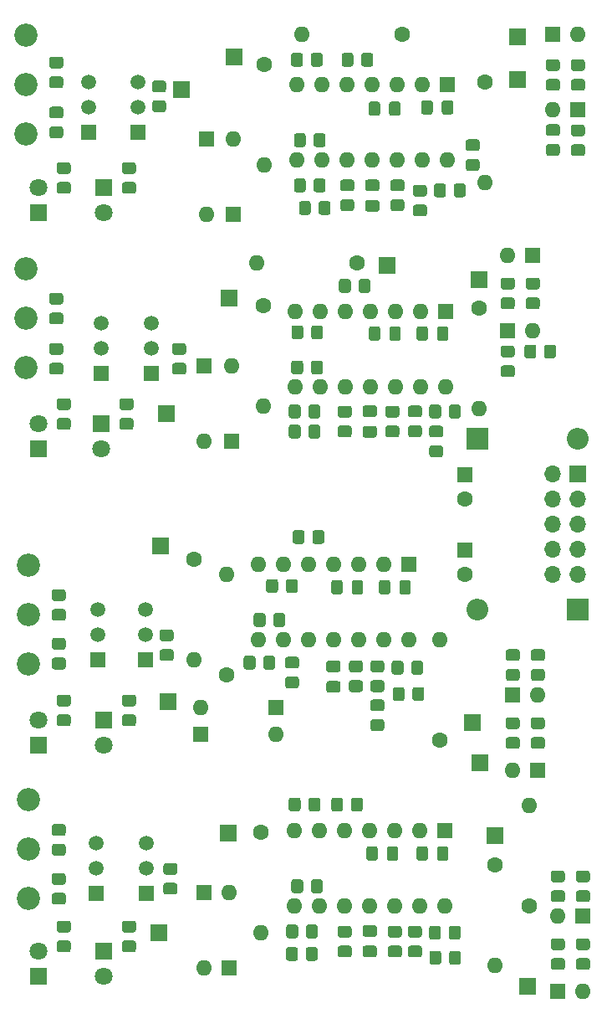
<source format=gbr>
%TF.GenerationSoftware,KiCad,Pcbnew,5.99.0+really5.1.10+dfsg1-1*%
%TF.CreationDate,2022-02-11T21:54:35+01:00*%
%TF.ProjectId,vierfach_LFO,76696572-6661-4636-985f-4c464f2e6b69,rev?*%
%TF.SameCoordinates,Original*%
%TF.FileFunction,Soldermask,Bot*%
%TF.FilePolarity,Negative*%
%FSLAX46Y46*%
G04 Gerber Fmt 4.6, Leading zero omitted, Abs format (unit mm)*
G04 Created by KiCad (PCBNEW 5.99.0+really5.1.10+dfsg1-1) date 2022-02-11 21:54:35*
%MOMM*%
%LPD*%
G01*
G04 APERTURE LIST*
%ADD10C,2.340000*%
%ADD11R,1.700000X1.700000*%
%ADD12C,1.600000*%
%ADD13R,1.600000X1.600000*%
%ADD14O,2.200000X2.200000*%
%ADD15R,2.200000X2.200000*%
%ADD16R,1.800000X1.800000*%
%ADD17C,1.800000*%
%ADD18O,1.600000X1.600000*%
%ADD19O,1.700000X1.700000*%
%ADD20R,1.500000X1.500000*%
%ADD21C,1.500000*%
G04 APERTURE END LIST*
%TO.C,R216*%
G36*
G01*
X115119999Y-50962000D02*
X116020001Y-50962000D01*
G75*
G02*
X116270000Y-51211999I0J-249999D01*
G01*
X116270000Y-51912001D01*
G75*
G02*
X116020001Y-52162000I-249999J0D01*
G01*
X115119999Y-52162000D01*
G75*
G02*
X114870000Y-51912001I0J249999D01*
G01*
X114870000Y-51211999D01*
G75*
G02*
X115119999Y-50962000I249999J0D01*
G01*
G37*
G36*
G01*
X115119999Y-52962000D02*
X116020001Y-52962000D01*
G75*
G02*
X116270000Y-53211999I0J-249999D01*
G01*
X116270000Y-53912001D01*
G75*
G02*
X116020001Y-54162000I-249999J0D01*
G01*
X115119999Y-54162000D01*
G75*
G02*
X114870000Y-53912001I0J249999D01*
G01*
X114870000Y-53211999D01*
G75*
G02*
X115119999Y-52962000I249999J0D01*
G01*
G37*
%TD*%
D10*
%TO.C,R_freq501*%
X62484000Y-119286000D03*
X62484000Y-124286000D03*
X62484000Y-129286000D03*
%TD*%
%TO.C,R_freq401*%
X62484000Y-95584000D03*
X62484000Y-100584000D03*
X62484000Y-105584000D03*
%TD*%
%TO.C,R_freq301*%
X62230000Y-65612000D03*
X62230000Y-70612000D03*
X62230000Y-75612000D03*
%TD*%
%TO.C,R_freq201*%
X62230000Y-41990000D03*
X62230000Y-46990000D03*
X62230000Y-51990000D03*
%TD*%
D11*
%TO.C,J504*%
X113030000Y-138176000D03*
%TD*%
%TO.C,J503*%
X82677000Y-122682000D03*
%TD*%
%TO.C,J502*%
X109728000Y-122936000D03*
%TD*%
%TO.C,J404*%
X108204000Y-115570000D03*
%TD*%
%TO.C,J403*%
X75819000Y-93599000D03*
%TD*%
%TO.C,J402*%
X107442000Y-111506000D03*
%TD*%
%TO.C,J304*%
X98806000Y-65278000D03*
%TD*%
%TO.C,J303*%
X82804000Y-68580000D03*
%TD*%
%TO.C,J302*%
X108077000Y-66675000D03*
%TD*%
%TO.C,J204*%
X112014000Y-42164000D03*
%TD*%
%TO.C,J203*%
X83312000Y-44196000D03*
%TD*%
%TO.C,J202*%
X112014000Y-46482000D03*
%TD*%
D12*
%TO.C,C101*%
X106680000Y-88900000D03*
D13*
X106680000Y-86400000D03*
%TD*%
%TO.C,C102*%
X106680000Y-94020000D03*
D12*
X106680000Y-96520000D03*
%TD*%
%TO.C,C201*%
G36*
G01*
X96905500Y-49878000D02*
X96905500Y-48928000D01*
G75*
G02*
X97155500Y-48678000I250000J0D01*
G01*
X97830500Y-48678000D01*
G75*
G02*
X98080500Y-48928000I0J-250000D01*
G01*
X98080500Y-49878000D01*
G75*
G02*
X97830500Y-50128000I-250000J0D01*
G01*
X97155500Y-50128000D01*
G75*
G02*
X96905500Y-49878000I0J250000D01*
G01*
G37*
G36*
G01*
X98980500Y-49878000D02*
X98980500Y-48928000D01*
G75*
G02*
X99230500Y-48678000I250000J0D01*
G01*
X99905500Y-48678000D01*
G75*
G02*
X100155500Y-48928000I0J-250000D01*
G01*
X100155500Y-49878000D01*
G75*
G02*
X99905500Y-50128000I-250000J0D01*
G01*
X99230500Y-50128000D01*
G75*
G02*
X98980500Y-49878000I0J250000D01*
G01*
G37*
%TD*%
%TO.C,C202*%
G36*
G01*
X97757000Y-57737500D02*
X96807000Y-57737500D01*
G75*
G02*
X96557000Y-57487500I0J250000D01*
G01*
X96557000Y-56812500D01*
G75*
G02*
X96807000Y-56562500I250000J0D01*
G01*
X97757000Y-56562500D01*
G75*
G02*
X98007000Y-56812500I0J-250000D01*
G01*
X98007000Y-57487500D01*
G75*
G02*
X97757000Y-57737500I-250000J0D01*
G01*
G37*
G36*
G01*
X97757000Y-59812500D02*
X96807000Y-59812500D01*
G75*
G02*
X96557000Y-59562500I0J250000D01*
G01*
X96557000Y-58887500D01*
G75*
G02*
X96807000Y-58637500I250000J0D01*
G01*
X97757000Y-58637500D01*
G75*
G02*
X98007000Y-58887500I0J-250000D01*
G01*
X98007000Y-59562500D01*
G75*
G02*
X97757000Y-59812500I-250000J0D01*
G01*
G37*
%TD*%
%TO.C,C203*%
G36*
G01*
X105489500Y-48801000D02*
X105489500Y-49751000D01*
G75*
G02*
X105239500Y-50001000I-250000J0D01*
G01*
X104564500Y-50001000D01*
G75*
G02*
X104314500Y-49751000I0J250000D01*
G01*
X104314500Y-48801000D01*
G75*
G02*
X104564500Y-48551000I250000J0D01*
G01*
X105239500Y-48551000D01*
G75*
G02*
X105489500Y-48801000I0J-250000D01*
G01*
G37*
G36*
G01*
X103414500Y-48801000D02*
X103414500Y-49751000D01*
G75*
G02*
X103164500Y-50001000I-250000J0D01*
G01*
X102489500Y-50001000D01*
G75*
G02*
X102239500Y-49751000I0J250000D01*
G01*
X102239500Y-48801000D01*
G75*
G02*
X102489500Y-48551000I250000J0D01*
G01*
X103164500Y-48551000D01*
G75*
G02*
X103414500Y-48801000I0J-250000D01*
G01*
G37*
%TD*%
%TO.C,C301*%
G36*
G01*
X96927000Y-72611000D02*
X96927000Y-71661000D01*
G75*
G02*
X97177000Y-71411000I250000J0D01*
G01*
X97852000Y-71411000D01*
G75*
G02*
X98102000Y-71661000I0J-250000D01*
G01*
X98102000Y-72611000D01*
G75*
G02*
X97852000Y-72861000I-250000J0D01*
G01*
X97177000Y-72861000D01*
G75*
G02*
X96927000Y-72611000I0J250000D01*
G01*
G37*
G36*
G01*
X99002000Y-72611000D02*
X99002000Y-71661000D01*
G75*
G02*
X99252000Y-71411000I250000J0D01*
G01*
X99927000Y-71411000D01*
G75*
G02*
X100177000Y-71661000I0J-250000D01*
G01*
X100177000Y-72611000D01*
G75*
G02*
X99927000Y-72861000I-250000J0D01*
G01*
X99252000Y-72861000D01*
G75*
G02*
X99002000Y-72611000I0J250000D01*
G01*
G37*
%TD*%
%TO.C,C302*%
G36*
G01*
X97503000Y-80576000D02*
X96553000Y-80576000D01*
G75*
G02*
X96303000Y-80326000I0J250000D01*
G01*
X96303000Y-79651000D01*
G75*
G02*
X96553000Y-79401000I250000J0D01*
G01*
X97503000Y-79401000D01*
G75*
G02*
X97753000Y-79651000I0J-250000D01*
G01*
X97753000Y-80326000D01*
G75*
G02*
X97503000Y-80576000I-250000J0D01*
G01*
G37*
G36*
G01*
X97503000Y-82651000D02*
X96553000Y-82651000D01*
G75*
G02*
X96303000Y-82401000I0J250000D01*
G01*
X96303000Y-81726000D01*
G75*
G02*
X96553000Y-81476000I250000J0D01*
G01*
X97503000Y-81476000D01*
G75*
G02*
X97753000Y-81726000I0J-250000D01*
G01*
X97753000Y-82401000D01*
G75*
G02*
X97503000Y-82651000I-250000J0D01*
G01*
G37*
%TD*%
%TO.C,C303*%
G36*
G01*
X105003000Y-71661000D02*
X105003000Y-72611000D01*
G75*
G02*
X104753000Y-72861000I-250000J0D01*
G01*
X104078000Y-72861000D01*
G75*
G02*
X103828000Y-72611000I0J250000D01*
G01*
X103828000Y-71661000D01*
G75*
G02*
X104078000Y-71411000I250000J0D01*
G01*
X104753000Y-71411000D01*
G75*
G02*
X105003000Y-71661000I0J-250000D01*
G01*
G37*
G36*
G01*
X102928000Y-71661000D02*
X102928000Y-72611000D01*
G75*
G02*
X102678000Y-72861000I-250000J0D01*
G01*
X102003000Y-72861000D01*
G75*
G02*
X101753000Y-72611000I0J250000D01*
G01*
X101753000Y-71661000D01*
G75*
G02*
X102003000Y-71411000I250000J0D01*
G01*
X102678000Y-71411000D01*
G75*
G02*
X102928000Y-71661000I0J-250000D01*
G01*
G37*
%TD*%
%TO.C,C401*%
G36*
G01*
X95192000Y-98265000D02*
X95192000Y-97315000D01*
G75*
G02*
X95442000Y-97065000I250000J0D01*
G01*
X96117000Y-97065000D01*
G75*
G02*
X96367000Y-97315000I0J-250000D01*
G01*
X96367000Y-98265000D01*
G75*
G02*
X96117000Y-98515000I-250000J0D01*
G01*
X95442000Y-98515000D01*
G75*
G02*
X95192000Y-98265000I0J250000D01*
G01*
G37*
G36*
G01*
X93117000Y-98265000D02*
X93117000Y-97315000D01*
G75*
G02*
X93367000Y-97065000I250000J0D01*
G01*
X94042000Y-97065000D01*
G75*
G02*
X94292000Y-97315000I0J-250000D01*
G01*
X94292000Y-98265000D01*
G75*
G02*
X94042000Y-98515000I-250000J0D01*
G01*
X93367000Y-98515000D01*
G75*
G02*
X93117000Y-98265000I0J250000D01*
G01*
G37*
%TD*%
%TO.C,C402*%
G36*
G01*
X93820000Y-106378500D02*
X92870000Y-106378500D01*
G75*
G02*
X92620000Y-106128500I0J250000D01*
G01*
X92620000Y-105453500D01*
G75*
G02*
X92870000Y-105203500I250000J0D01*
G01*
X93820000Y-105203500D01*
G75*
G02*
X94070000Y-105453500I0J-250000D01*
G01*
X94070000Y-106128500D01*
G75*
G02*
X93820000Y-106378500I-250000J0D01*
G01*
G37*
G36*
G01*
X93820000Y-108453500D02*
X92870000Y-108453500D01*
G75*
G02*
X92620000Y-108203500I0J250000D01*
G01*
X92620000Y-107528500D01*
G75*
G02*
X92870000Y-107278500I250000J0D01*
G01*
X93820000Y-107278500D01*
G75*
G02*
X94070000Y-107528500I0J-250000D01*
G01*
X94070000Y-108203500D01*
G75*
G02*
X93820000Y-108453500I-250000J0D01*
G01*
G37*
%TD*%
%TO.C,C403*%
G36*
G01*
X101193000Y-97315000D02*
X101193000Y-98265000D01*
G75*
G02*
X100943000Y-98515000I-250000J0D01*
G01*
X100268000Y-98515000D01*
G75*
G02*
X100018000Y-98265000I0J250000D01*
G01*
X100018000Y-97315000D01*
G75*
G02*
X100268000Y-97065000I250000J0D01*
G01*
X100943000Y-97065000D01*
G75*
G02*
X101193000Y-97315000I0J-250000D01*
G01*
G37*
G36*
G01*
X99118000Y-97315000D02*
X99118000Y-98265000D01*
G75*
G02*
X98868000Y-98515000I-250000J0D01*
G01*
X98193000Y-98515000D01*
G75*
G02*
X97943000Y-98265000I0J250000D01*
G01*
X97943000Y-97315000D01*
G75*
G02*
X98193000Y-97065000I250000J0D01*
G01*
X98868000Y-97065000D01*
G75*
G02*
X99118000Y-97315000I0J-250000D01*
G01*
G37*
%TD*%
%TO.C,C501*%
G36*
G01*
X98748000Y-125189000D02*
X98748000Y-124239000D01*
G75*
G02*
X98998000Y-123989000I250000J0D01*
G01*
X99673000Y-123989000D01*
G75*
G02*
X99923000Y-124239000I0J-250000D01*
G01*
X99923000Y-125189000D01*
G75*
G02*
X99673000Y-125439000I-250000J0D01*
G01*
X98998000Y-125439000D01*
G75*
G02*
X98748000Y-125189000I0J250000D01*
G01*
G37*
G36*
G01*
X96673000Y-125189000D02*
X96673000Y-124239000D01*
G75*
G02*
X96923000Y-123989000I250000J0D01*
G01*
X97598000Y-123989000D01*
G75*
G02*
X97848000Y-124239000I0J-250000D01*
G01*
X97848000Y-125189000D01*
G75*
G02*
X97598000Y-125439000I-250000J0D01*
G01*
X96923000Y-125439000D01*
G75*
G02*
X96673000Y-125189000I0J250000D01*
G01*
G37*
%TD*%
%TO.C,C502*%
G36*
G01*
X97503000Y-133132500D02*
X96553000Y-133132500D01*
G75*
G02*
X96303000Y-132882500I0J250000D01*
G01*
X96303000Y-132207500D01*
G75*
G02*
X96553000Y-131957500I250000J0D01*
G01*
X97503000Y-131957500D01*
G75*
G02*
X97753000Y-132207500I0J-250000D01*
G01*
X97753000Y-132882500D01*
G75*
G02*
X97503000Y-133132500I-250000J0D01*
G01*
G37*
G36*
G01*
X97503000Y-135207500D02*
X96553000Y-135207500D01*
G75*
G02*
X96303000Y-134957500I0J250000D01*
G01*
X96303000Y-134282500D01*
G75*
G02*
X96553000Y-134032500I250000J0D01*
G01*
X97503000Y-134032500D01*
G75*
G02*
X97753000Y-134282500I0J-250000D01*
G01*
X97753000Y-134957500D01*
G75*
G02*
X97503000Y-135207500I-250000J0D01*
G01*
G37*
%TD*%
%TO.C,C503*%
G36*
G01*
X105003000Y-124239000D02*
X105003000Y-125189000D01*
G75*
G02*
X104753000Y-125439000I-250000J0D01*
G01*
X104078000Y-125439000D01*
G75*
G02*
X103828000Y-125189000I0J250000D01*
G01*
X103828000Y-124239000D01*
G75*
G02*
X104078000Y-123989000I250000J0D01*
G01*
X104753000Y-123989000D01*
G75*
G02*
X105003000Y-124239000I0J-250000D01*
G01*
G37*
G36*
G01*
X102928000Y-124239000D02*
X102928000Y-125189000D01*
G75*
G02*
X102678000Y-125439000I-250000J0D01*
G01*
X102003000Y-125439000D01*
G75*
G02*
X101753000Y-125189000I0J250000D01*
G01*
X101753000Y-124239000D01*
G75*
G02*
X102003000Y-123989000I250000J0D01*
G01*
X102678000Y-123989000D01*
G75*
G02*
X102928000Y-124239000I0J-250000D01*
G01*
G37*
%TD*%
D14*
%TO.C,D101*%
X118110000Y-82804000D03*
D15*
X107950000Y-82804000D03*
%TD*%
%TO.C,D102*%
X118110000Y-100076000D03*
D14*
X107950000Y-100076000D03*
%TD*%
D16*
%TO.C,D201*%
X70104000Y-57404000D03*
D17*
X70104000Y-59944000D03*
%TD*%
D13*
%TO.C,D202*%
X80518000Y-52451000D03*
D18*
X80518000Y-60071000D03*
%TD*%
%TO.C,D203*%
X83185000Y-52451000D03*
D13*
X83185000Y-60071000D03*
%TD*%
D17*
%TO.C,D204*%
X63500000Y-57404000D03*
D16*
X63500000Y-59944000D03*
%TD*%
D18*
%TO.C,D205*%
X115570000Y-49530000D03*
D13*
X115570000Y-41910000D03*
%TD*%
%TO.C,D206*%
X118110000Y-49530000D03*
D18*
X118110000Y-41910000D03*
%TD*%
D17*
%TO.C,D301*%
X69850000Y-83820000D03*
D16*
X69850000Y-81280000D03*
%TD*%
D13*
%TO.C,D302*%
X80264000Y-75438000D03*
D18*
X80264000Y-83058000D03*
%TD*%
%TO.C,D303*%
X83058000Y-75438000D03*
D13*
X83058000Y-83058000D03*
%TD*%
D17*
%TO.C,D304*%
X63500000Y-81280000D03*
D16*
X63500000Y-83820000D03*
%TD*%
D13*
%TO.C,D305*%
X113538000Y-64262000D03*
D18*
X113538000Y-71882000D03*
%TD*%
%TO.C,D306*%
X110998000Y-64262000D03*
D13*
X110998000Y-71882000D03*
%TD*%
D16*
%TO.C,D401*%
X70104000Y-111252000D03*
D17*
X70104000Y-113792000D03*
%TD*%
D13*
%TO.C,D402*%
X79883000Y-112649000D03*
D18*
X87503000Y-112649000D03*
%TD*%
%TO.C,D403*%
X79883000Y-109982000D03*
D13*
X87503000Y-109982000D03*
%TD*%
D16*
%TO.C,D404*%
X63500000Y-113792000D03*
D17*
X63500000Y-111252000D03*
%TD*%
D18*
%TO.C,D405*%
X114046000Y-108712000D03*
D13*
X114046000Y-116332000D03*
%TD*%
%TO.C,D406*%
X111506000Y-108712000D03*
D18*
X111506000Y-116332000D03*
%TD*%
D16*
%TO.C,D501*%
X70104000Y-134620000D03*
D17*
X70104000Y-137160000D03*
%TD*%
D18*
%TO.C,D502*%
X80264000Y-136271000D03*
D13*
X80264000Y-128651000D03*
%TD*%
%TO.C,D503*%
X82804000Y-136271000D03*
D18*
X82804000Y-128651000D03*
%TD*%
D17*
%TO.C,D504*%
X63500000Y-134620000D03*
D16*
X63500000Y-137160000D03*
%TD*%
D18*
%TO.C,D505*%
X116078000Y-131064000D03*
D13*
X116078000Y-138684000D03*
%TD*%
%TO.C,D506*%
X118618000Y-131064000D03*
D18*
X118618000Y-138684000D03*
%TD*%
D11*
%TO.C,J101*%
X118110000Y-86360000D03*
D19*
X115570000Y-86360000D03*
X118110000Y-88900000D03*
X115570000Y-88900000D03*
X118110000Y-91440000D03*
X115570000Y-91440000D03*
X118110000Y-93980000D03*
X115570000Y-93980000D03*
X118110000Y-96520000D03*
X115570000Y-96520000D03*
%TD*%
D11*
%TO.C,J201*%
X77978000Y-47498000D03*
%TD*%
%TO.C,J301*%
X76454000Y-80264000D03*
%TD*%
%TO.C,J401*%
X76581000Y-109347000D03*
%TD*%
%TO.C,J501*%
X75692000Y-132715000D03*
%TD*%
D20*
%TO.C,Q201*%
X73525001Y-51816000D03*
D21*
X73525001Y-46736000D03*
X73525001Y-49276000D03*
%TD*%
D20*
%TO.C,Q202*%
X68580000Y-51816000D03*
D21*
X68580000Y-46736000D03*
X68580000Y-49276000D03*
%TD*%
D20*
%TO.C,Q301*%
X74930000Y-76200000D03*
D21*
X74930000Y-71120000D03*
X74930000Y-73660000D03*
%TD*%
%TO.C,Q302*%
X69850000Y-73660000D03*
X69850000Y-71120000D03*
D20*
X69850000Y-76200000D03*
%TD*%
%TO.C,Q401*%
X74295000Y-105156000D03*
D21*
X74295000Y-100076000D03*
X74295000Y-102616000D03*
%TD*%
%TO.C,Q402*%
X69469000Y-102616000D03*
X69469000Y-100076000D03*
D20*
X69469000Y-105156000D03*
%TD*%
D21*
%TO.C,Q501*%
X74422000Y-126238000D03*
X74422000Y-123698000D03*
D20*
X74422000Y-128778000D03*
%TD*%
D21*
%TO.C,Q502*%
X69342000Y-126238000D03*
X69342000Y-123698000D03*
D20*
X69342000Y-128778000D03*
%TD*%
%TO.C,R201*%
G36*
G01*
X103540000Y-58108001D02*
X103540000Y-57207999D01*
G75*
G02*
X103789999Y-56958000I249999J0D01*
G01*
X104490001Y-56958000D01*
G75*
G02*
X104740000Y-57207999I0J-249999D01*
G01*
X104740000Y-58108001D01*
G75*
G02*
X104490001Y-58358000I-249999J0D01*
G01*
X103789999Y-58358000D01*
G75*
G02*
X103540000Y-58108001I0J249999D01*
G01*
G37*
G36*
G01*
X105540000Y-58108001D02*
X105540000Y-57207999D01*
G75*
G02*
X105789999Y-56958000I249999J0D01*
G01*
X106490001Y-56958000D01*
G75*
G02*
X106740000Y-57207999I0J-249999D01*
G01*
X106740000Y-58108001D01*
G75*
G02*
X106490001Y-58358000I-249999J0D01*
G01*
X105789999Y-58358000D01*
G75*
G02*
X105540000Y-58108001I0J249999D01*
G01*
G37*
%TD*%
%TO.C,R202*%
G36*
G01*
X107892001Y-53686000D02*
X106991999Y-53686000D01*
G75*
G02*
X106742000Y-53436001I0J249999D01*
G01*
X106742000Y-52735999D01*
G75*
G02*
X106991999Y-52486000I249999J0D01*
G01*
X107892001Y-52486000D01*
G75*
G02*
X108142000Y-52735999I0J-249999D01*
G01*
X108142000Y-53436001D01*
G75*
G02*
X107892001Y-53686000I-249999J0D01*
G01*
G37*
G36*
G01*
X107892001Y-55686000D02*
X106991999Y-55686000D01*
G75*
G02*
X106742000Y-55436001I0J249999D01*
G01*
X106742000Y-54735999D01*
G75*
G02*
X106991999Y-54486000I249999J0D01*
G01*
X107892001Y-54486000D01*
G75*
G02*
X108142000Y-54735999I0J-249999D01*
G01*
X108142000Y-55436001D01*
G75*
G02*
X107892001Y-55686000I-249999J0D01*
G01*
G37*
%TD*%
%TO.C,R203*%
G36*
G01*
X72193999Y-54804000D02*
X73094001Y-54804000D01*
G75*
G02*
X73344000Y-55053999I0J-249999D01*
G01*
X73344000Y-55754001D01*
G75*
G02*
X73094001Y-56004000I-249999J0D01*
G01*
X72193999Y-56004000D01*
G75*
G02*
X71944000Y-55754001I0J249999D01*
G01*
X71944000Y-55053999D01*
G75*
G02*
X72193999Y-54804000I249999J0D01*
G01*
G37*
G36*
G01*
X72193999Y-56804000D02*
X73094001Y-56804000D01*
G75*
G02*
X73344000Y-57053999I0J-249999D01*
G01*
X73344000Y-57754001D01*
G75*
G02*
X73094001Y-58004000I-249999J0D01*
G01*
X72193999Y-58004000D01*
G75*
G02*
X71944000Y-57754001I0J249999D01*
G01*
X71944000Y-57053999D01*
G75*
G02*
X72193999Y-56804000I249999J0D01*
G01*
G37*
%TD*%
D18*
%TO.C,R204*%
X108712000Y-56896000D03*
D12*
X108712000Y-46736000D03*
%TD*%
%TO.C,R205*%
G36*
G01*
X101657999Y-57090000D02*
X102558001Y-57090000D01*
G75*
G02*
X102808000Y-57339999I0J-249999D01*
G01*
X102808000Y-58040001D01*
G75*
G02*
X102558001Y-58290000I-249999J0D01*
G01*
X101657999Y-58290000D01*
G75*
G02*
X101408000Y-58040001I0J249999D01*
G01*
X101408000Y-57339999D01*
G75*
G02*
X101657999Y-57090000I249999J0D01*
G01*
G37*
G36*
G01*
X101657999Y-59090000D02*
X102558001Y-59090000D01*
G75*
G02*
X102808000Y-59339999I0J-249999D01*
G01*
X102808000Y-60040001D01*
G75*
G02*
X102558001Y-60290000I-249999J0D01*
G01*
X101657999Y-60290000D01*
G75*
G02*
X101408000Y-60040001I0J249999D01*
G01*
X101408000Y-59339999D01*
G75*
G02*
X101657999Y-59090000I249999J0D01*
G01*
G37*
%TD*%
%TO.C,R206*%
G36*
G01*
X76142001Y-49749000D02*
X75241999Y-49749000D01*
G75*
G02*
X74992000Y-49499001I0J249999D01*
G01*
X74992000Y-48798999D01*
G75*
G02*
X75241999Y-48549000I249999J0D01*
G01*
X76142001Y-48549000D01*
G75*
G02*
X76392000Y-48798999I0J-249999D01*
G01*
X76392000Y-49499001D01*
G75*
G02*
X76142001Y-49749000I-249999J0D01*
G01*
G37*
G36*
G01*
X76142001Y-47749000D02*
X75241999Y-47749000D01*
G75*
G02*
X74992000Y-47499001I0J249999D01*
G01*
X74992000Y-46798999D01*
G75*
G02*
X75241999Y-46549000I249999J0D01*
G01*
X76142001Y-46549000D01*
G75*
G02*
X76392000Y-46798999I0J-249999D01*
G01*
X76392000Y-47499001D01*
G75*
G02*
X76142001Y-47749000I-249999J0D01*
G01*
G37*
%TD*%
%TO.C,R207*%
G36*
G01*
X100272001Y-57750000D02*
X99371999Y-57750000D01*
G75*
G02*
X99122000Y-57500001I0J249999D01*
G01*
X99122000Y-56799999D01*
G75*
G02*
X99371999Y-56550000I249999J0D01*
G01*
X100272001Y-56550000D01*
G75*
G02*
X100522000Y-56799999I0J-249999D01*
G01*
X100522000Y-57500001D01*
G75*
G02*
X100272001Y-57750000I-249999J0D01*
G01*
G37*
G36*
G01*
X100272001Y-59750000D02*
X99371999Y-59750000D01*
G75*
G02*
X99122000Y-59500001I0J249999D01*
G01*
X99122000Y-58799999D01*
G75*
G02*
X99371999Y-58550000I249999J0D01*
G01*
X100272001Y-58550000D01*
G75*
G02*
X100522000Y-58799999I0J-249999D01*
G01*
X100522000Y-59500001D01*
G75*
G02*
X100272001Y-59750000I-249999J0D01*
G01*
G37*
%TD*%
%TO.C,R208*%
G36*
G01*
X89856000Y-59886001D02*
X89856000Y-58985999D01*
G75*
G02*
X90105999Y-58736000I249999J0D01*
G01*
X90806001Y-58736000D01*
G75*
G02*
X91056000Y-58985999I0J-249999D01*
G01*
X91056000Y-59886001D01*
G75*
G02*
X90806001Y-60136000I-249999J0D01*
G01*
X90105999Y-60136000D01*
G75*
G02*
X89856000Y-59886001I0J249999D01*
G01*
G37*
G36*
G01*
X91856000Y-59886001D02*
X91856000Y-58985999D01*
G75*
G02*
X92105999Y-58736000I249999J0D01*
G01*
X92806001Y-58736000D01*
G75*
G02*
X93056000Y-58985999I0J-249999D01*
G01*
X93056000Y-59886001D01*
G75*
G02*
X92806001Y-60136000I-249999J0D01*
G01*
X92105999Y-60136000D01*
G75*
G02*
X91856000Y-59886001I0J249999D01*
G01*
G37*
%TD*%
%TO.C,R209*%
G36*
G01*
X94291999Y-58550000D02*
X95192001Y-58550000D01*
G75*
G02*
X95442000Y-58799999I0J-249999D01*
G01*
X95442000Y-59500001D01*
G75*
G02*
X95192001Y-59750000I-249999J0D01*
G01*
X94291999Y-59750000D01*
G75*
G02*
X94042000Y-59500001I0J249999D01*
G01*
X94042000Y-58799999D01*
G75*
G02*
X94291999Y-58550000I249999J0D01*
G01*
G37*
G36*
G01*
X94291999Y-56550000D02*
X95192001Y-56550000D01*
G75*
G02*
X95442000Y-56799999I0J-249999D01*
G01*
X95442000Y-57500001D01*
G75*
G02*
X95192001Y-57750000I-249999J0D01*
G01*
X94291999Y-57750000D01*
G75*
G02*
X94042000Y-57500001I0J249999D01*
G01*
X94042000Y-56799999D01*
G75*
G02*
X94291999Y-56550000I249999J0D01*
G01*
G37*
%TD*%
%TO.C,R210*%
G36*
G01*
X66490001Y-58004000D02*
X65589999Y-58004000D01*
G75*
G02*
X65340000Y-57754001I0J249999D01*
G01*
X65340000Y-57053999D01*
G75*
G02*
X65589999Y-56804000I249999J0D01*
G01*
X66490001Y-56804000D01*
G75*
G02*
X66740000Y-57053999I0J-249999D01*
G01*
X66740000Y-57754001D01*
G75*
G02*
X66490001Y-58004000I-249999J0D01*
G01*
G37*
G36*
G01*
X66490001Y-56004000D02*
X65589999Y-56004000D01*
G75*
G02*
X65340000Y-55754001I0J249999D01*
G01*
X65340000Y-55053999D01*
G75*
G02*
X65589999Y-54804000I249999J0D01*
G01*
X66490001Y-54804000D01*
G75*
G02*
X66740000Y-55053999I0J-249999D01*
G01*
X66740000Y-55754001D01*
G75*
G02*
X66490001Y-56004000I-249999J0D01*
G01*
G37*
%TD*%
%TO.C,R211*%
X86360000Y-44958000D03*
D18*
X86360000Y-55118000D03*
%TD*%
%TO.C,R212*%
G36*
G01*
X90548000Y-52127999D02*
X90548000Y-53028001D01*
G75*
G02*
X90298001Y-53278000I-249999J0D01*
G01*
X89597999Y-53278000D01*
G75*
G02*
X89348000Y-53028001I0J249999D01*
G01*
X89348000Y-52127999D01*
G75*
G02*
X89597999Y-51878000I249999J0D01*
G01*
X90298001Y-51878000D01*
G75*
G02*
X90548000Y-52127999I0J-249999D01*
G01*
G37*
G36*
G01*
X92548000Y-52127999D02*
X92548000Y-53028001D01*
G75*
G02*
X92298001Y-53278000I-249999J0D01*
G01*
X91597999Y-53278000D01*
G75*
G02*
X91348000Y-53028001I0J249999D01*
G01*
X91348000Y-52127999D01*
G75*
G02*
X91597999Y-51878000I249999J0D01*
G01*
X92298001Y-51878000D01*
G75*
G02*
X92548000Y-52127999I0J-249999D01*
G01*
G37*
%TD*%
%TO.C,R213*%
G36*
G01*
X89348000Y-57600001D02*
X89348000Y-56699999D01*
G75*
G02*
X89597999Y-56450000I249999J0D01*
G01*
X90298001Y-56450000D01*
G75*
G02*
X90548000Y-56699999I0J-249999D01*
G01*
X90548000Y-57600001D01*
G75*
G02*
X90298001Y-57850000I-249999J0D01*
G01*
X89597999Y-57850000D01*
G75*
G02*
X89348000Y-57600001I0J249999D01*
G01*
G37*
G36*
G01*
X91348000Y-57600001D02*
X91348000Y-56699999D01*
G75*
G02*
X91597999Y-56450000I249999J0D01*
G01*
X92298001Y-56450000D01*
G75*
G02*
X92548000Y-56699999I0J-249999D01*
G01*
X92548000Y-57600001D01*
G75*
G02*
X92298001Y-57850000I-249999J0D01*
G01*
X91597999Y-57850000D01*
G75*
G02*
X91348000Y-57600001I0J249999D01*
G01*
G37*
%TD*%
D12*
%TO.C,R214*%
X100330000Y-41910000D03*
D18*
X90170000Y-41910000D03*
%TD*%
%TO.C,R215*%
G36*
G01*
X96174000Y-44900001D02*
X96174000Y-43999999D01*
G75*
G02*
X96423999Y-43750000I249999J0D01*
G01*
X97124001Y-43750000D01*
G75*
G02*
X97374000Y-43999999I0J-249999D01*
G01*
X97374000Y-44900001D01*
G75*
G02*
X97124001Y-45150000I-249999J0D01*
G01*
X96423999Y-45150000D01*
G75*
G02*
X96174000Y-44900001I0J249999D01*
G01*
G37*
G36*
G01*
X94174000Y-44900001D02*
X94174000Y-43999999D01*
G75*
G02*
X94423999Y-43750000I249999J0D01*
G01*
X95124001Y-43750000D01*
G75*
G02*
X95374000Y-43999999I0J-249999D01*
G01*
X95374000Y-44900001D01*
G75*
G02*
X95124001Y-45150000I-249999J0D01*
G01*
X94423999Y-45150000D01*
G75*
G02*
X94174000Y-44900001I0J249999D01*
G01*
G37*
%TD*%
%TO.C,R217*%
G36*
G01*
X118560001Y-47590000D02*
X117659999Y-47590000D01*
G75*
G02*
X117410000Y-47340001I0J249999D01*
G01*
X117410000Y-46639999D01*
G75*
G02*
X117659999Y-46390000I249999J0D01*
G01*
X118560001Y-46390000D01*
G75*
G02*
X118810000Y-46639999I0J-249999D01*
G01*
X118810000Y-47340001D01*
G75*
G02*
X118560001Y-47590000I-249999J0D01*
G01*
G37*
G36*
G01*
X118560001Y-45590000D02*
X117659999Y-45590000D01*
G75*
G02*
X117410000Y-45340001I0J249999D01*
G01*
X117410000Y-44639999D01*
G75*
G02*
X117659999Y-44390000I249999J0D01*
G01*
X118560001Y-44390000D01*
G75*
G02*
X118810000Y-44639999I0J-249999D01*
G01*
X118810000Y-45340001D01*
G75*
G02*
X118560001Y-45590000I-249999J0D01*
G01*
G37*
%TD*%
%TO.C,R218*%
G36*
G01*
X91062000Y-44900001D02*
X91062000Y-43999999D01*
G75*
G02*
X91311999Y-43750000I249999J0D01*
G01*
X92012001Y-43750000D01*
G75*
G02*
X92262000Y-43999999I0J-249999D01*
G01*
X92262000Y-44900001D01*
G75*
G02*
X92012001Y-45150000I-249999J0D01*
G01*
X91311999Y-45150000D01*
G75*
G02*
X91062000Y-44900001I0J249999D01*
G01*
G37*
G36*
G01*
X89062000Y-44900001D02*
X89062000Y-43999999D01*
G75*
G02*
X89311999Y-43750000I249999J0D01*
G01*
X90012001Y-43750000D01*
G75*
G02*
X90262000Y-43999999I0J-249999D01*
G01*
X90262000Y-44900001D01*
G75*
G02*
X90012001Y-45150000I-249999J0D01*
G01*
X89311999Y-45150000D01*
G75*
G02*
X89062000Y-44900001I0J249999D01*
G01*
G37*
%TD*%
%TO.C,R219*%
G36*
G01*
X115119999Y-46390000D02*
X116020001Y-46390000D01*
G75*
G02*
X116270000Y-46639999I0J-249999D01*
G01*
X116270000Y-47340001D01*
G75*
G02*
X116020001Y-47590000I-249999J0D01*
G01*
X115119999Y-47590000D01*
G75*
G02*
X114870000Y-47340001I0J249999D01*
G01*
X114870000Y-46639999D01*
G75*
G02*
X115119999Y-46390000I249999J0D01*
G01*
G37*
G36*
G01*
X115119999Y-44390000D02*
X116020001Y-44390000D01*
G75*
G02*
X116270000Y-44639999I0J-249999D01*
G01*
X116270000Y-45340001D01*
G75*
G02*
X116020001Y-45590000I-249999J0D01*
G01*
X115119999Y-45590000D01*
G75*
G02*
X114870000Y-45340001I0J249999D01*
G01*
X114870000Y-44639999D01*
G75*
G02*
X115119999Y-44390000I249999J0D01*
G01*
G37*
%TD*%
%TO.C,R220*%
G36*
G01*
X118560001Y-52194000D02*
X117659999Y-52194000D01*
G75*
G02*
X117410000Y-51944001I0J249999D01*
G01*
X117410000Y-51243999D01*
G75*
G02*
X117659999Y-50994000I249999J0D01*
G01*
X118560001Y-50994000D01*
G75*
G02*
X118810000Y-51243999I0J-249999D01*
G01*
X118810000Y-51944001D01*
G75*
G02*
X118560001Y-52194000I-249999J0D01*
G01*
G37*
G36*
G01*
X118560001Y-54194000D02*
X117659999Y-54194000D01*
G75*
G02*
X117410000Y-53944001I0J249999D01*
G01*
X117410000Y-53243999D01*
G75*
G02*
X117659999Y-52994000I249999J0D01*
G01*
X118560001Y-52994000D01*
G75*
G02*
X118810000Y-53243999I0J-249999D01*
G01*
X118810000Y-53944001D01*
G75*
G02*
X118560001Y-54194000I-249999J0D01*
G01*
G37*
%TD*%
%TO.C,R221*%
G36*
G01*
X65728001Y-45320000D02*
X64827999Y-45320000D01*
G75*
G02*
X64578000Y-45070001I0J249999D01*
G01*
X64578000Y-44369999D01*
G75*
G02*
X64827999Y-44120000I249999J0D01*
G01*
X65728001Y-44120000D01*
G75*
G02*
X65978000Y-44369999I0J-249999D01*
G01*
X65978000Y-45070001D01*
G75*
G02*
X65728001Y-45320000I-249999J0D01*
G01*
G37*
G36*
G01*
X65728001Y-47320000D02*
X64827999Y-47320000D01*
G75*
G02*
X64578000Y-47070001I0J249999D01*
G01*
X64578000Y-46369999D01*
G75*
G02*
X64827999Y-46120000I249999J0D01*
G01*
X65728001Y-46120000D01*
G75*
G02*
X65978000Y-46369999I0J-249999D01*
G01*
X65978000Y-47070001D01*
G75*
G02*
X65728001Y-47320000I-249999J0D01*
G01*
G37*
%TD*%
%TO.C,R222*%
G36*
G01*
X64827999Y-49184000D02*
X65728001Y-49184000D01*
G75*
G02*
X65978000Y-49433999I0J-249999D01*
G01*
X65978000Y-50134001D01*
G75*
G02*
X65728001Y-50384000I-249999J0D01*
G01*
X64827999Y-50384000D01*
G75*
G02*
X64578000Y-50134001I0J249999D01*
G01*
X64578000Y-49433999D01*
G75*
G02*
X64827999Y-49184000I249999J0D01*
G01*
G37*
G36*
G01*
X64827999Y-51184000D02*
X65728001Y-51184000D01*
G75*
G02*
X65978000Y-51433999I0J-249999D01*
G01*
X65978000Y-52134001D01*
G75*
G02*
X65728001Y-52384000I-249999J0D01*
G01*
X64827999Y-52384000D01*
G75*
G02*
X64578000Y-52134001I0J249999D01*
G01*
X64578000Y-51433999D01*
G75*
G02*
X64827999Y-51184000I249999J0D01*
G01*
G37*
%TD*%
%TO.C,R301*%
G36*
G01*
X103308999Y-83442000D02*
X104209001Y-83442000D01*
G75*
G02*
X104459000Y-83691999I0J-249999D01*
G01*
X104459000Y-84392001D01*
G75*
G02*
X104209001Y-84642000I-249999J0D01*
G01*
X103308999Y-84642000D01*
G75*
G02*
X103059000Y-84392001I0J249999D01*
G01*
X103059000Y-83691999D01*
G75*
G02*
X103308999Y-83442000I249999J0D01*
G01*
G37*
G36*
G01*
X103308999Y-81442000D02*
X104209001Y-81442000D01*
G75*
G02*
X104459000Y-81691999I0J-249999D01*
G01*
X104459000Y-82392001D01*
G75*
G02*
X104209001Y-82642000I-249999J0D01*
G01*
X103308999Y-82642000D01*
G75*
G02*
X103059000Y-82392001I0J249999D01*
G01*
X103059000Y-81691999D01*
G75*
G02*
X103308999Y-81442000I249999J0D01*
G01*
G37*
%TD*%
%TO.C,R302*%
G36*
G01*
X103048000Y-80460001D02*
X103048000Y-79559999D01*
G75*
G02*
X103297999Y-79310000I249999J0D01*
G01*
X103998001Y-79310000D01*
G75*
G02*
X104248000Y-79559999I0J-249999D01*
G01*
X104248000Y-80460001D01*
G75*
G02*
X103998001Y-80710000I-249999J0D01*
G01*
X103297999Y-80710000D01*
G75*
G02*
X103048000Y-80460001I0J249999D01*
G01*
G37*
G36*
G01*
X105048000Y-80460001D02*
X105048000Y-79559999D01*
G75*
G02*
X105297999Y-79310000I249999J0D01*
G01*
X105998001Y-79310000D01*
G75*
G02*
X106248000Y-79559999I0J-249999D01*
G01*
X106248000Y-80460001D01*
G75*
G02*
X105998001Y-80710000I-249999J0D01*
G01*
X105297999Y-80710000D01*
G75*
G02*
X105048000Y-80460001I0J249999D01*
G01*
G37*
%TD*%
%TO.C,R303*%
G36*
G01*
X71939999Y-78664000D02*
X72840001Y-78664000D01*
G75*
G02*
X73090000Y-78913999I0J-249999D01*
G01*
X73090000Y-79614001D01*
G75*
G02*
X72840001Y-79864000I-249999J0D01*
G01*
X71939999Y-79864000D01*
G75*
G02*
X71690000Y-79614001I0J249999D01*
G01*
X71690000Y-78913999D01*
G75*
G02*
X71939999Y-78664000I249999J0D01*
G01*
G37*
G36*
G01*
X71939999Y-80664000D02*
X72840001Y-80664000D01*
G75*
G02*
X73090000Y-80913999I0J-249999D01*
G01*
X73090000Y-81614001D01*
G75*
G02*
X72840001Y-81864000I-249999J0D01*
G01*
X71939999Y-81864000D01*
G75*
G02*
X71690000Y-81614001I0J249999D01*
G01*
X71690000Y-80913999D01*
G75*
G02*
X71939999Y-80664000I249999J0D01*
G01*
G37*
%TD*%
%TO.C,R304*%
X108077000Y-79756000D03*
D12*
X108077000Y-69596000D03*
%TD*%
%TO.C,R305*%
G36*
G01*
X101149999Y-81410000D02*
X102050001Y-81410000D01*
G75*
G02*
X102300000Y-81659999I0J-249999D01*
G01*
X102300000Y-82360001D01*
G75*
G02*
X102050001Y-82610000I-249999J0D01*
G01*
X101149999Y-82610000D01*
G75*
G02*
X100900000Y-82360001I0J249999D01*
G01*
X100900000Y-81659999D01*
G75*
G02*
X101149999Y-81410000I249999J0D01*
G01*
G37*
G36*
G01*
X101149999Y-79410000D02*
X102050001Y-79410000D01*
G75*
G02*
X102300000Y-79659999I0J-249999D01*
G01*
X102300000Y-80360001D01*
G75*
G02*
X102050001Y-80610000I-249999J0D01*
G01*
X101149999Y-80610000D01*
G75*
G02*
X100900000Y-80360001I0J249999D01*
G01*
X100900000Y-79659999D01*
G75*
G02*
X101149999Y-79410000I249999J0D01*
G01*
G37*
%TD*%
%TO.C,R306*%
G36*
G01*
X77273999Y-73092000D02*
X78174001Y-73092000D01*
G75*
G02*
X78424000Y-73341999I0J-249999D01*
G01*
X78424000Y-74042001D01*
G75*
G02*
X78174001Y-74292000I-249999J0D01*
G01*
X77273999Y-74292000D01*
G75*
G02*
X77024000Y-74042001I0J249999D01*
G01*
X77024000Y-73341999D01*
G75*
G02*
X77273999Y-73092000I249999J0D01*
G01*
G37*
G36*
G01*
X77273999Y-75092000D02*
X78174001Y-75092000D01*
G75*
G02*
X78424000Y-75341999I0J-249999D01*
G01*
X78424000Y-76042001D01*
G75*
G02*
X78174001Y-76292000I-249999J0D01*
G01*
X77273999Y-76292000D01*
G75*
G02*
X77024000Y-76042001I0J249999D01*
G01*
X77024000Y-75341999D01*
G75*
G02*
X77273999Y-75092000I249999J0D01*
G01*
G37*
%TD*%
%TO.C,R307*%
G36*
G01*
X99764001Y-82626000D02*
X98863999Y-82626000D01*
G75*
G02*
X98614000Y-82376001I0J249999D01*
G01*
X98614000Y-81675999D01*
G75*
G02*
X98863999Y-81426000I249999J0D01*
G01*
X99764001Y-81426000D01*
G75*
G02*
X100014000Y-81675999I0J-249999D01*
G01*
X100014000Y-82376001D01*
G75*
G02*
X99764001Y-82626000I-249999J0D01*
G01*
G37*
G36*
G01*
X99764001Y-80626000D02*
X98863999Y-80626000D01*
G75*
G02*
X98614000Y-80376001I0J249999D01*
G01*
X98614000Y-79675999D01*
G75*
G02*
X98863999Y-79426000I249999J0D01*
G01*
X99764001Y-79426000D01*
G75*
G02*
X100014000Y-79675999I0J-249999D01*
G01*
X100014000Y-80376001D01*
G75*
G02*
X99764001Y-80626000I-249999J0D01*
G01*
G37*
%TD*%
%TO.C,R308*%
G36*
G01*
X88824000Y-82492001D02*
X88824000Y-81591999D01*
G75*
G02*
X89073999Y-81342000I249999J0D01*
G01*
X89774001Y-81342000D01*
G75*
G02*
X90024000Y-81591999I0J-249999D01*
G01*
X90024000Y-82492001D01*
G75*
G02*
X89774001Y-82742000I-249999J0D01*
G01*
X89073999Y-82742000D01*
G75*
G02*
X88824000Y-82492001I0J249999D01*
G01*
G37*
G36*
G01*
X90824000Y-82492001D02*
X90824000Y-81591999D01*
G75*
G02*
X91073999Y-81342000I249999J0D01*
G01*
X91774001Y-81342000D01*
G75*
G02*
X92024000Y-81591999I0J-249999D01*
G01*
X92024000Y-82492001D01*
G75*
G02*
X91774001Y-82742000I-249999J0D01*
G01*
X91073999Y-82742000D01*
G75*
G02*
X90824000Y-82492001I0J249999D01*
G01*
G37*
%TD*%
%TO.C,R309*%
G36*
G01*
X94037999Y-81426000D02*
X94938001Y-81426000D01*
G75*
G02*
X95188000Y-81675999I0J-249999D01*
G01*
X95188000Y-82376001D01*
G75*
G02*
X94938001Y-82626000I-249999J0D01*
G01*
X94037999Y-82626000D01*
G75*
G02*
X93788000Y-82376001I0J249999D01*
G01*
X93788000Y-81675999D01*
G75*
G02*
X94037999Y-81426000I249999J0D01*
G01*
G37*
G36*
G01*
X94037999Y-79426000D02*
X94938001Y-79426000D01*
G75*
G02*
X95188000Y-79675999I0J-249999D01*
G01*
X95188000Y-80376001D01*
G75*
G02*
X94938001Y-80626000I-249999J0D01*
G01*
X94037999Y-80626000D01*
G75*
G02*
X93788000Y-80376001I0J249999D01*
G01*
X93788000Y-79675999D01*
G75*
G02*
X94037999Y-79426000I249999J0D01*
G01*
G37*
%TD*%
%TO.C,R310*%
G36*
G01*
X66490001Y-79864000D02*
X65589999Y-79864000D01*
G75*
G02*
X65340000Y-79614001I0J249999D01*
G01*
X65340000Y-78913999D01*
G75*
G02*
X65589999Y-78664000I249999J0D01*
G01*
X66490001Y-78664000D01*
G75*
G02*
X66740000Y-78913999I0J-249999D01*
G01*
X66740000Y-79614001D01*
G75*
G02*
X66490001Y-79864000I-249999J0D01*
G01*
G37*
G36*
G01*
X66490001Y-81864000D02*
X65589999Y-81864000D01*
G75*
G02*
X65340000Y-81614001I0J249999D01*
G01*
X65340000Y-80913999D01*
G75*
G02*
X65589999Y-80664000I249999J0D01*
G01*
X66490001Y-80664000D01*
G75*
G02*
X66740000Y-80913999I0J-249999D01*
G01*
X66740000Y-81614001D01*
G75*
G02*
X66490001Y-81864000I-249999J0D01*
G01*
G37*
%TD*%
%TO.C,R311*%
X86233000Y-69342000D03*
D18*
X86233000Y-79502000D03*
%TD*%
%TO.C,R312*%
G36*
G01*
X90278000Y-75114999D02*
X90278000Y-76015001D01*
G75*
G02*
X90028001Y-76265000I-249999J0D01*
G01*
X89327999Y-76265000D01*
G75*
G02*
X89078000Y-76015001I0J249999D01*
G01*
X89078000Y-75114999D01*
G75*
G02*
X89327999Y-74865000I249999J0D01*
G01*
X90028001Y-74865000D01*
G75*
G02*
X90278000Y-75114999I0J-249999D01*
G01*
G37*
G36*
G01*
X92278000Y-75114999D02*
X92278000Y-76015001D01*
G75*
G02*
X92028001Y-76265000I-249999J0D01*
G01*
X91327999Y-76265000D01*
G75*
G02*
X91078000Y-76015001I0J249999D01*
G01*
X91078000Y-75114999D01*
G75*
G02*
X91327999Y-74865000I249999J0D01*
G01*
X92028001Y-74865000D01*
G75*
G02*
X92278000Y-75114999I0J-249999D01*
G01*
G37*
%TD*%
%TO.C,R313*%
G36*
G01*
X88824000Y-80460001D02*
X88824000Y-79559999D01*
G75*
G02*
X89073999Y-79310000I249999J0D01*
G01*
X89774001Y-79310000D01*
G75*
G02*
X90024000Y-79559999I0J-249999D01*
G01*
X90024000Y-80460001D01*
G75*
G02*
X89774001Y-80710000I-249999J0D01*
G01*
X89073999Y-80710000D01*
G75*
G02*
X88824000Y-80460001I0J249999D01*
G01*
G37*
G36*
G01*
X90824000Y-80460001D02*
X90824000Y-79559999D01*
G75*
G02*
X91073999Y-79310000I249999J0D01*
G01*
X91774001Y-79310000D01*
G75*
G02*
X92024000Y-79559999I0J-249999D01*
G01*
X92024000Y-80460001D01*
G75*
G02*
X91774001Y-80710000I-249999J0D01*
G01*
X91073999Y-80710000D01*
G75*
G02*
X90824000Y-80460001I0J249999D01*
G01*
G37*
%TD*%
%TO.C,R314*%
X85598000Y-65024000D03*
D12*
X95758000Y-65024000D03*
%TD*%
%TO.C,R315*%
G36*
G01*
X93904000Y-67760001D02*
X93904000Y-66859999D01*
G75*
G02*
X94153999Y-66610000I249999J0D01*
G01*
X94854001Y-66610000D01*
G75*
G02*
X95104000Y-66859999I0J-249999D01*
G01*
X95104000Y-67760001D01*
G75*
G02*
X94854001Y-68010000I-249999J0D01*
G01*
X94153999Y-68010000D01*
G75*
G02*
X93904000Y-67760001I0J249999D01*
G01*
G37*
G36*
G01*
X95904000Y-67760001D02*
X95904000Y-66859999D01*
G75*
G02*
X96153999Y-66610000I249999J0D01*
G01*
X96854001Y-66610000D01*
G75*
G02*
X97104000Y-66859999I0J-249999D01*
G01*
X97104000Y-67760001D01*
G75*
G02*
X96854001Y-68010000I-249999J0D01*
G01*
X96153999Y-68010000D01*
G75*
G02*
X95904000Y-67760001I0J249999D01*
G01*
G37*
%TD*%
%TO.C,R316*%
G36*
G01*
X112684000Y-74396001D02*
X112684000Y-73495999D01*
G75*
G02*
X112933999Y-73246000I249999J0D01*
G01*
X113634001Y-73246000D01*
G75*
G02*
X113884000Y-73495999I0J-249999D01*
G01*
X113884000Y-74396001D01*
G75*
G02*
X113634001Y-74646000I-249999J0D01*
G01*
X112933999Y-74646000D01*
G75*
G02*
X112684000Y-74396001I0J249999D01*
G01*
G37*
G36*
G01*
X114684000Y-74396001D02*
X114684000Y-73495999D01*
G75*
G02*
X114933999Y-73246000I249999J0D01*
G01*
X115634001Y-73246000D01*
G75*
G02*
X115884000Y-73495999I0J-249999D01*
G01*
X115884000Y-74396001D01*
G75*
G02*
X115634001Y-74646000I-249999J0D01*
G01*
X114933999Y-74646000D01*
G75*
G02*
X114684000Y-74396001I0J249999D01*
G01*
G37*
%TD*%
%TO.C,R317*%
G36*
G01*
X111448001Y-67672000D02*
X110547999Y-67672000D01*
G75*
G02*
X110298000Y-67422001I0J249999D01*
G01*
X110298000Y-66721999D01*
G75*
G02*
X110547999Y-66472000I249999J0D01*
G01*
X111448001Y-66472000D01*
G75*
G02*
X111698000Y-66721999I0J-249999D01*
G01*
X111698000Y-67422001D01*
G75*
G02*
X111448001Y-67672000I-249999J0D01*
G01*
G37*
G36*
G01*
X111448001Y-69672000D02*
X110547999Y-69672000D01*
G75*
G02*
X110298000Y-69422001I0J249999D01*
G01*
X110298000Y-68721999D01*
G75*
G02*
X110547999Y-68472000I249999J0D01*
G01*
X111448001Y-68472000D01*
G75*
G02*
X111698000Y-68721999I0J-249999D01*
G01*
X111698000Y-69422001D01*
G75*
G02*
X111448001Y-69672000I-249999J0D01*
G01*
G37*
%TD*%
%TO.C,R318*%
G36*
G01*
X89094000Y-72459001D02*
X89094000Y-71558999D01*
G75*
G02*
X89343999Y-71309000I249999J0D01*
G01*
X90044001Y-71309000D01*
G75*
G02*
X90294000Y-71558999I0J-249999D01*
G01*
X90294000Y-72459001D01*
G75*
G02*
X90044001Y-72709000I-249999J0D01*
G01*
X89343999Y-72709000D01*
G75*
G02*
X89094000Y-72459001I0J249999D01*
G01*
G37*
G36*
G01*
X91094000Y-72459001D02*
X91094000Y-71558999D01*
G75*
G02*
X91343999Y-71309000I249999J0D01*
G01*
X92044001Y-71309000D01*
G75*
G02*
X92294000Y-71558999I0J-249999D01*
G01*
X92294000Y-72459001D01*
G75*
G02*
X92044001Y-72709000I-249999J0D01*
G01*
X91343999Y-72709000D01*
G75*
G02*
X91094000Y-72459001I0J249999D01*
G01*
G37*
%TD*%
%TO.C,R319*%
G36*
G01*
X113087999Y-66472000D02*
X113988001Y-66472000D01*
G75*
G02*
X114238000Y-66721999I0J-249999D01*
G01*
X114238000Y-67422001D01*
G75*
G02*
X113988001Y-67672000I-249999J0D01*
G01*
X113087999Y-67672000D01*
G75*
G02*
X112838000Y-67422001I0J249999D01*
G01*
X112838000Y-66721999D01*
G75*
G02*
X113087999Y-66472000I249999J0D01*
G01*
G37*
G36*
G01*
X113087999Y-68472000D02*
X113988001Y-68472000D01*
G75*
G02*
X114238000Y-68721999I0J-249999D01*
G01*
X114238000Y-69422001D01*
G75*
G02*
X113988001Y-69672000I-249999J0D01*
G01*
X113087999Y-69672000D01*
G75*
G02*
X112838000Y-69422001I0J249999D01*
G01*
X112838000Y-68721999D01*
G75*
G02*
X113087999Y-68472000I249999J0D01*
G01*
G37*
%TD*%
%TO.C,R320*%
G36*
G01*
X111448001Y-76546000D02*
X110547999Y-76546000D01*
G75*
G02*
X110298000Y-76296001I0J249999D01*
G01*
X110298000Y-75595999D01*
G75*
G02*
X110547999Y-75346000I249999J0D01*
G01*
X111448001Y-75346000D01*
G75*
G02*
X111698000Y-75595999I0J-249999D01*
G01*
X111698000Y-76296001D01*
G75*
G02*
X111448001Y-76546000I-249999J0D01*
G01*
G37*
G36*
G01*
X111448001Y-74546000D02*
X110547999Y-74546000D01*
G75*
G02*
X110298000Y-74296001I0J249999D01*
G01*
X110298000Y-73595999D01*
G75*
G02*
X110547999Y-73346000I249999J0D01*
G01*
X111448001Y-73346000D01*
G75*
G02*
X111698000Y-73595999I0J-249999D01*
G01*
X111698000Y-74296001D01*
G75*
G02*
X111448001Y-74546000I-249999J0D01*
G01*
G37*
%TD*%
%TO.C,R321*%
G36*
G01*
X65728001Y-71212000D02*
X64827999Y-71212000D01*
G75*
G02*
X64578000Y-70962001I0J249999D01*
G01*
X64578000Y-70261999D01*
G75*
G02*
X64827999Y-70012000I249999J0D01*
G01*
X65728001Y-70012000D01*
G75*
G02*
X65978000Y-70261999I0J-249999D01*
G01*
X65978000Y-70962001D01*
G75*
G02*
X65728001Y-71212000I-249999J0D01*
G01*
G37*
G36*
G01*
X65728001Y-69212000D02*
X64827999Y-69212000D01*
G75*
G02*
X64578000Y-68962001I0J249999D01*
G01*
X64578000Y-68261999D01*
G75*
G02*
X64827999Y-68012000I249999J0D01*
G01*
X65728001Y-68012000D01*
G75*
G02*
X65978000Y-68261999I0J-249999D01*
G01*
X65978000Y-68962001D01*
G75*
G02*
X65728001Y-69212000I-249999J0D01*
G01*
G37*
%TD*%
%TO.C,R322*%
G36*
G01*
X64827999Y-75092000D02*
X65728001Y-75092000D01*
G75*
G02*
X65978000Y-75341999I0J-249999D01*
G01*
X65978000Y-76042001D01*
G75*
G02*
X65728001Y-76292000I-249999J0D01*
G01*
X64827999Y-76292000D01*
G75*
G02*
X64578000Y-76042001I0J249999D01*
G01*
X64578000Y-75341999D01*
G75*
G02*
X64827999Y-75092000I249999J0D01*
G01*
G37*
G36*
G01*
X64827999Y-73092000D02*
X65728001Y-73092000D01*
G75*
G02*
X65978000Y-73341999I0J-249999D01*
G01*
X65978000Y-74042001D01*
G75*
G02*
X65728001Y-74292000I-249999J0D01*
G01*
X64827999Y-74292000D01*
G75*
G02*
X64578000Y-74042001I0J249999D01*
G01*
X64578000Y-73341999D01*
G75*
G02*
X64827999Y-73092000I249999J0D01*
G01*
G37*
%TD*%
%TO.C,R401*%
G36*
G01*
X100549000Y-108134999D02*
X100549000Y-109035001D01*
G75*
G02*
X100299001Y-109285000I-249999J0D01*
G01*
X99598999Y-109285000D01*
G75*
G02*
X99349000Y-109035001I0J249999D01*
G01*
X99349000Y-108134999D01*
G75*
G02*
X99598999Y-107885000I249999J0D01*
G01*
X100299001Y-107885000D01*
G75*
G02*
X100549000Y-108134999I0J-249999D01*
G01*
G37*
G36*
G01*
X102549000Y-108134999D02*
X102549000Y-109035001D01*
G75*
G02*
X102299001Y-109285000I-249999J0D01*
G01*
X101598999Y-109285000D01*
G75*
G02*
X101349000Y-109035001I0J249999D01*
G01*
X101349000Y-108134999D01*
G75*
G02*
X101598999Y-107885000I249999J0D01*
G01*
X102299001Y-107885000D01*
G75*
G02*
X102549000Y-108134999I0J-249999D01*
G01*
G37*
%TD*%
%TO.C,R402*%
G36*
G01*
X99238000Y-106368001D02*
X99238000Y-105467999D01*
G75*
G02*
X99487999Y-105218000I249999J0D01*
G01*
X100188001Y-105218000D01*
G75*
G02*
X100438000Y-105467999I0J-249999D01*
G01*
X100438000Y-106368001D01*
G75*
G02*
X100188001Y-106618000I-249999J0D01*
G01*
X99487999Y-106618000D01*
G75*
G02*
X99238000Y-106368001I0J249999D01*
G01*
G37*
G36*
G01*
X101238000Y-106368001D02*
X101238000Y-105467999D01*
G75*
G02*
X101487999Y-105218000I249999J0D01*
G01*
X102188001Y-105218000D01*
G75*
G02*
X102438000Y-105467999I0J-249999D01*
G01*
X102438000Y-106368001D01*
G75*
G02*
X102188001Y-106618000I-249999J0D01*
G01*
X101487999Y-106618000D01*
G75*
G02*
X101238000Y-106368001I0J249999D01*
G01*
G37*
%TD*%
%TO.C,R403*%
G36*
G01*
X72193999Y-108636000D02*
X73094001Y-108636000D01*
G75*
G02*
X73344000Y-108885999I0J-249999D01*
G01*
X73344000Y-109586001D01*
G75*
G02*
X73094001Y-109836000I-249999J0D01*
G01*
X72193999Y-109836000D01*
G75*
G02*
X71944000Y-109586001I0J249999D01*
G01*
X71944000Y-108885999D01*
G75*
G02*
X72193999Y-108636000I249999J0D01*
G01*
G37*
G36*
G01*
X72193999Y-110636000D02*
X73094001Y-110636000D01*
G75*
G02*
X73344000Y-110885999I0J-249999D01*
G01*
X73344000Y-111586001D01*
G75*
G02*
X73094001Y-111836000I-249999J0D01*
G01*
X72193999Y-111836000D01*
G75*
G02*
X71944000Y-111586001I0J249999D01*
G01*
X71944000Y-110885999D01*
G75*
G02*
X72193999Y-110636000I249999J0D01*
G01*
G37*
%TD*%
%TO.C,R404*%
X104140000Y-113284000D03*
D18*
X104140000Y-103124000D03*
%TD*%
%TO.C,R405*%
G36*
G01*
X97339999Y-107191000D02*
X98240001Y-107191000D01*
G75*
G02*
X98490000Y-107440999I0J-249999D01*
G01*
X98490000Y-108141001D01*
G75*
G02*
X98240001Y-108391000I-249999J0D01*
G01*
X97339999Y-108391000D01*
G75*
G02*
X97090000Y-108141001I0J249999D01*
G01*
X97090000Y-107440999D01*
G75*
G02*
X97339999Y-107191000I249999J0D01*
G01*
G37*
G36*
G01*
X97339999Y-105191000D02*
X98240001Y-105191000D01*
G75*
G02*
X98490000Y-105440999I0J-249999D01*
G01*
X98490000Y-106141001D01*
G75*
G02*
X98240001Y-106391000I-249999J0D01*
G01*
X97339999Y-106391000D01*
G75*
G02*
X97090000Y-106141001I0J249999D01*
G01*
X97090000Y-105440999D01*
G75*
G02*
X97339999Y-105191000I249999J0D01*
G01*
G37*
%TD*%
%TO.C,R406*%
G36*
G01*
X76003999Y-104048000D02*
X76904001Y-104048000D01*
G75*
G02*
X77154000Y-104297999I0J-249999D01*
G01*
X77154000Y-104998001D01*
G75*
G02*
X76904001Y-105248000I-249999J0D01*
G01*
X76003999Y-105248000D01*
G75*
G02*
X75754000Y-104998001I0J249999D01*
G01*
X75754000Y-104297999D01*
G75*
G02*
X76003999Y-104048000I249999J0D01*
G01*
G37*
G36*
G01*
X76003999Y-102048000D02*
X76904001Y-102048000D01*
G75*
G02*
X77154000Y-102297999I0J-249999D01*
G01*
X77154000Y-102998001D01*
G75*
G02*
X76904001Y-103248000I-249999J0D01*
G01*
X76003999Y-103248000D01*
G75*
G02*
X75754000Y-102998001I0J249999D01*
G01*
X75754000Y-102297999D01*
G75*
G02*
X76003999Y-102048000I249999J0D01*
G01*
G37*
%TD*%
%TO.C,R407*%
G36*
G01*
X96081001Y-108391000D02*
X95180999Y-108391000D01*
G75*
G02*
X94931000Y-108141001I0J249999D01*
G01*
X94931000Y-107440999D01*
G75*
G02*
X95180999Y-107191000I249999J0D01*
G01*
X96081001Y-107191000D01*
G75*
G02*
X96331000Y-107440999I0J-249999D01*
G01*
X96331000Y-108141001D01*
G75*
G02*
X96081001Y-108391000I-249999J0D01*
G01*
G37*
G36*
G01*
X96081001Y-106391000D02*
X95180999Y-106391000D01*
G75*
G02*
X94931000Y-106141001I0J249999D01*
G01*
X94931000Y-105440999D01*
G75*
G02*
X95180999Y-105191000I249999J0D01*
G01*
X96081001Y-105191000D01*
G75*
G02*
X96331000Y-105440999I0J-249999D01*
G01*
X96331000Y-106141001D01*
G75*
G02*
X96081001Y-106391000I-249999J0D01*
G01*
G37*
%TD*%
%TO.C,R408*%
G36*
G01*
X98240001Y-110328000D02*
X97339999Y-110328000D01*
G75*
G02*
X97090000Y-110078001I0J249999D01*
G01*
X97090000Y-109377999D01*
G75*
G02*
X97339999Y-109128000I249999J0D01*
G01*
X98240001Y-109128000D01*
G75*
G02*
X98490000Y-109377999I0J-249999D01*
G01*
X98490000Y-110078001D01*
G75*
G02*
X98240001Y-110328000I-249999J0D01*
G01*
G37*
G36*
G01*
X98240001Y-112328000D02*
X97339999Y-112328000D01*
G75*
G02*
X97090000Y-112078001I0J249999D01*
G01*
X97090000Y-111377999D01*
G75*
G02*
X97339999Y-111128000I249999J0D01*
G01*
X98240001Y-111128000D01*
G75*
G02*
X98490000Y-111377999I0J-249999D01*
G01*
X98490000Y-112078001D01*
G75*
G02*
X98240001Y-112328000I-249999J0D01*
G01*
G37*
%TD*%
%TO.C,R409*%
G36*
G01*
X88703999Y-104810000D02*
X89604001Y-104810000D01*
G75*
G02*
X89854000Y-105059999I0J-249999D01*
G01*
X89854000Y-105760001D01*
G75*
G02*
X89604001Y-106010000I-249999J0D01*
G01*
X88703999Y-106010000D01*
G75*
G02*
X88454000Y-105760001I0J249999D01*
G01*
X88454000Y-105059999D01*
G75*
G02*
X88703999Y-104810000I249999J0D01*
G01*
G37*
G36*
G01*
X88703999Y-106810000D02*
X89604001Y-106810000D01*
G75*
G02*
X89854000Y-107059999I0J-249999D01*
G01*
X89854000Y-107760001D01*
G75*
G02*
X89604001Y-108010000I-249999J0D01*
G01*
X88703999Y-108010000D01*
G75*
G02*
X88454000Y-107760001I0J249999D01*
G01*
X88454000Y-107059999D01*
G75*
G02*
X88703999Y-106810000I249999J0D01*
G01*
G37*
%TD*%
%TO.C,R410*%
G36*
G01*
X66490001Y-111836000D02*
X65589999Y-111836000D01*
G75*
G02*
X65340000Y-111586001I0J249999D01*
G01*
X65340000Y-110885999D01*
G75*
G02*
X65589999Y-110636000I249999J0D01*
G01*
X66490001Y-110636000D01*
G75*
G02*
X66740000Y-110885999I0J-249999D01*
G01*
X66740000Y-111586001D01*
G75*
G02*
X66490001Y-111836000I-249999J0D01*
G01*
G37*
G36*
G01*
X66490001Y-109836000D02*
X65589999Y-109836000D01*
G75*
G02*
X65340000Y-109586001I0J249999D01*
G01*
X65340000Y-108885999D01*
G75*
G02*
X65589999Y-108636000I249999J0D01*
G01*
X66490001Y-108636000D01*
G75*
G02*
X66740000Y-108885999I0J-249999D01*
G01*
X66740000Y-109586001D01*
G75*
G02*
X66490001Y-109836000I-249999J0D01*
G01*
G37*
%TD*%
%TO.C,R411*%
X79248000Y-105156000D03*
D12*
X79248000Y-94996000D03*
%TD*%
%TO.C,R412*%
G36*
G01*
X86468000Y-100641999D02*
X86468000Y-101542001D01*
G75*
G02*
X86218001Y-101792000I-249999J0D01*
G01*
X85517999Y-101792000D01*
G75*
G02*
X85268000Y-101542001I0J249999D01*
G01*
X85268000Y-100641999D01*
G75*
G02*
X85517999Y-100392000I249999J0D01*
G01*
X86218001Y-100392000D01*
G75*
G02*
X86468000Y-100641999I0J-249999D01*
G01*
G37*
G36*
G01*
X88468000Y-100641999D02*
X88468000Y-101542001D01*
G75*
G02*
X88218001Y-101792000I-249999J0D01*
G01*
X87517999Y-101792000D01*
G75*
G02*
X87268000Y-101542001I0J249999D01*
G01*
X87268000Y-100641999D01*
G75*
G02*
X87517999Y-100392000I249999J0D01*
G01*
X88218001Y-100392000D01*
G75*
G02*
X88468000Y-100641999I0J-249999D01*
G01*
G37*
%TD*%
%TO.C,R413*%
G36*
G01*
X86252000Y-105860001D02*
X86252000Y-104959999D01*
G75*
G02*
X86501999Y-104710000I249999J0D01*
G01*
X87202001Y-104710000D01*
G75*
G02*
X87452000Y-104959999I0J-249999D01*
G01*
X87452000Y-105860001D01*
G75*
G02*
X87202001Y-106110000I-249999J0D01*
G01*
X86501999Y-106110000D01*
G75*
G02*
X86252000Y-105860001I0J249999D01*
G01*
G37*
G36*
G01*
X84252000Y-105860001D02*
X84252000Y-104959999D01*
G75*
G02*
X84501999Y-104710000I249999J0D01*
G01*
X85202001Y-104710000D01*
G75*
G02*
X85452000Y-104959999I0J-249999D01*
G01*
X85452000Y-105860001D01*
G75*
G02*
X85202001Y-106110000I-249999J0D01*
G01*
X84501999Y-106110000D01*
G75*
G02*
X84252000Y-105860001I0J249999D01*
G01*
G37*
%TD*%
%TO.C,R414*%
X82550000Y-106680000D03*
D18*
X82550000Y-96520000D03*
%TD*%
%TO.C,R415*%
G36*
G01*
X89221000Y-93160001D02*
X89221000Y-92259999D01*
G75*
G02*
X89470999Y-92010000I249999J0D01*
G01*
X90171001Y-92010000D01*
G75*
G02*
X90421000Y-92259999I0J-249999D01*
G01*
X90421000Y-93160001D01*
G75*
G02*
X90171001Y-93410000I-249999J0D01*
G01*
X89470999Y-93410000D01*
G75*
G02*
X89221000Y-93160001I0J249999D01*
G01*
G37*
G36*
G01*
X91221000Y-93160001D02*
X91221000Y-92259999D01*
G75*
G02*
X91470999Y-92010000I249999J0D01*
G01*
X92171001Y-92010000D01*
G75*
G02*
X92421000Y-92259999I0J-249999D01*
G01*
X92421000Y-93160001D01*
G75*
G02*
X92171001Y-93410000I-249999J0D01*
G01*
X91470999Y-93410000D01*
G75*
G02*
X91221000Y-93160001I0J249999D01*
G01*
G37*
%TD*%
%TO.C,R416*%
G36*
G01*
X114496001Y-105248000D02*
X113595999Y-105248000D01*
G75*
G02*
X113346000Y-104998001I0J249999D01*
G01*
X113346000Y-104297999D01*
G75*
G02*
X113595999Y-104048000I249999J0D01*
G01*
X114496001Y-104048000D01*
G75*
G02*
X114746000Y-104297999I0J-249999D01*
G01*
X114746000Y-104998001D01*
G75*
G02*
X114496001Y-105248000I-249999J0D01*
G01*
G37*
G36*
G01*
X114496001Y-107248000D02*
X113595999Y-107248000D01*
G75*
G02*
X113346000Y-106998001I0J249999D01*
G01*
X113346000Y-106297999D01*
G75*
G02*
X113595999Y-106048000I249999J0D01*
G01*
X114496001Y-106048000D01*
G75*
G02*
X114746000Y-106297999I0J-249999D01*
G01*
X114746000Y-106998001D01*
G75*
G02*
X114496001Y-107248000I-249999J0D01*
G01*
G37*
%TD*%
%TO.C,R417*%
G36*
G01*
X111055999Y-112938000D02*
X111956001Y-112938000D01*
G75*
G02*
X112206000Y-113187999I0J-249999D01*
G01*
X112206000Y-113888001D01*
G75*
G02*
X111956001Y-114138000I-249999J0D01*
G01*
X111055999Y-114138000D01*
G75*
G02*
X110806000Y-113888001I0J249999D01*
G01*
X110806000Y-113187999D01*
G75*
G02*
X111055999Y-112938000I249999J0D01*
G01*
G37*
G36*
G01*
X111055999Y-110938000D02*
X111956001Y-110938000D01*
G75*
G02*
X112206000Y-111187999I0J-249999D01*
G01*
X112206000Y-111888001D01*
G75*
G02*
X111956001Y-112138000I-249999J0D01*
G01*
X111055999Y-112138000D01*
G75*
G02*
X110806000Y-111888001I0J249999D01*
G01*
X110806000Y-111187999D01*
G75*
G02*
X111055999Y-110938000I249999J0D01*
G01*
G37*
%TD*%
%TO.C,R418*%
G36*
G01*
X86538000Y-98113001D02*
X86538000Y-97212999D01*
G75*
G02*
X86787999Y-96963000I249999J0D01*
G01*
X87488001Y-96963000D01*
G75*
G02*
X87738000Y-97212999I0J-249999D01*
G01*
X87738000Y-98113001D01*
G75*
G02*
X87488001Y-98363000I-249999J0D01*
G01*
X86787999Y-98363000D01*
G75*
G02*
X86538000Y-98113001I0J249999D01*
G01*
G37*
G36*
G01*
X88538000Y-98113001D02*
X88538000Y-97212999D01*
G75*
G02*
X88787999Y-96963000I249999J0D01*
G01*
X89488001Y-96963000D01*
G75*
G02*
X89738000Y-97212999I0J-249999D01*
G01*
X89738000Y-98113001D01*
G75*
G02*
X89488001Y-98363000I-249999J0D01*
G01*
X88787999Y-98363000D01*
G75*
G02*
X88538000Y-98113001I0J249999D01*
G01*
G37*
%TD*%
%TO.C,R419*%
G36*
G01*
X114496001Y-114138000D02*
X113595999Y-114138000D01*
G75*
G02*
X113346000Y-113888001I0J249999D01*
G01*
X113346000Y-113187999D01*
G75*
G02*
X113595999Y-112938000I249999J0D01*
G01*
X114496001Y-112938000D01*
G75*
G02*
X114746000Y-113187999I0J-249999D01*
G01*
X114746000Y-113888001D01*
G75*
G02*
X114496001Y-114138000I-249999J0D01*
G01*
G37*
G36*
G01*
X114496001Y-112138000D02*
X113595999Y-112138000D01*
G75*
G02*
X113346000Y-111888001I0J249999D01*
G01*
X113346000Y-111187999D01*
G75*
G02*
X113595999Y-110938000I249999J0D01*
G01*
X114496001Y-110938000D01*
G75*
G02*
X114746000Y-111187999I0J-249999D01*
G01*
X114746000Y-111888001D01*
G75*
G02*
X114496001Y-112138000I-249999J0D01*
G01*
G37*
%TD*%
%TO.C,R420*%
G36*
G01*
X111055999Y-104048000D02*
X111956001Y-104048000D01*
G75*
G02*
X112206000Y-104297999I0J-249999D01*
G01*
X112206000Y-104998001D01*
G75*
G02*
X111956001Y-105248000I-249999J0D01*
G01*
X111055999Y-105248000D01*
G75*
G02*
X110806000Y-104998001I0J249999D01*
G01*
X110806000Y-104297999D01*
G75*
G02*
X111055999Y-104048000I249999J0D01*
G01*
G37*
G36*
G01*
X111055999Y-106048000D02*
X111956001Y-106048000D01*
G75*
G02*
X112206000Y-106297999I0J-249999D01*
G01*
X112206000Y-106998001D01*
G75*
G02*
X111956001Y-107248000I-249999J0D01*
G01*
X111055999Y-107248000D01*
G75*
G02*
X110806000Y-106998001I0J249999D01*
G01*
X110806000Y-106297999D01*
G75*
G02*
X111055999Y-106048000I249999J0D01*
G01*
G37*
%TD*%
%TO.C,R421*%
G36*
G01*
X65982001Y-101184000D02*
X65081999Y-101184000D01*
G75*
G02*
X64832000Y-100934001I0J249999D01*
G01*
X64832000Y-100233999D01*
G75*
G02*
X65081999Y-99984000I249999J0D01*
G01*
X65982001Y-99984000D01*
G75*
G02*
X66232000Y-100233999I0J-249999D01*
G01*
X66232000Y-100934001D01*
G75*
G02*
X65982001Y-101184000I-249999J0D01*
G01*
G37*
G36*
G01*
X65982001Y-99184000D02*
X65081999Y-99184000D01*
G75*
G02*
X64832000Y-98934001I0J249999D01*
G01*
X64832000Y-98233999D01*
G75*
G02*
X65081999Y-97984000I249999J0D01*
G01*
X65982001Y-97984000D01*
G75*
G02*
X66232000Y-98233999I0J-249999D01*
G01*
X66232000Y-98934001D01*
G75*
G02*
X65982001Y-99184000I-249999J0D01*
G01*
G37*
%TD*%
%TO.C,R422*%
G36*
G01*
X65081999Y-104905000D02*
X65982001Y-104905000D01*
G75*
G02*
X66232000Y-105154999I0J-249999D01*
G01*
X66232000Y-105855001D01*
G75*
G02*
X65982001Y-106105000I-249999J0D01*
G01*
X65081999Y-106105000D01*
G75*
G02*
X64832000Y-105855001I0J249999D01*
G01*
X64832000Y-105154999D01*
G75*
G02*
X65081999Y-104905000I249999J0D01*
G01*
G37*
G36*
G01*
X65081999Y-102905000D02*
X65982001Y-102905000D01*
G75*
G02*
X66232000Y-103154999I0J-249999D01*
G01*
X66232000Y-103855001D01*
G75*
G02*
X65982001Y-104105000I-249999J0D01*
G01*
X65081999Y-104105000D01*
G75*
G02*
X64832000Y-103855001I0J249999D01*
G01*
X64832000Y-103154999D01*
G75*
G02*
X65081999Y-102905000I249999J0D01*
G01*
G37*
%TD*%
%TO.C,R501*%
G36*
G01*
X104264000Y-134804999D02*
X104264000Y-135705001D01*
G75*
G02*
X104014001Y-135955000I-249999J0D01*
G01*
X103313999Y-135955000D01*
G75*
G02*
X103064000Y-135705001I0J249999D01*
G01*
X103064000Y-134804999D01*
G75*
G02*
X103313999Y-134555000I249999J0D01*
G01*
X104014001Y-134555000D01*
G75*
G02*
X104264000Y-134804999I0J-249999D01*
G01*
G37*
G36*
G01*
X106264000Y-134804999D02*
X106264000Y-135705001D01*
G75*
G02*
X106014001Y-135955000I-249999J0D01*
G01*
X105313999Y-135955000D01*
G75*
G02*
X105064000Y-135705001I0J249999D01*
G01*
X105064000Y-134804999D01*
G75*
G02*
X105313999Y-134555000I249999J0D01*
G01*
X106014001Y-134555000D01*
G75*
G02*
X106264000Y-134804999I0J-249999D01*
G01*
G37*
%TD*%
%TO.C,R502*%
G36*
G01*
X105032000Y-133165001D02*
X105032000Y-132264999D01*
G75*
G02*
X105281999Y-132015000I249999J0D01*
G01*
X105982001Y-132015000D01*
G75*
G02*
X106232000Y-132264999I0J-249999D01*
G01*
X106232000Y-133165001D01*
G75*
G02*
X105982001Y-133415000I-249999J0D01*
G01*
X105281999Y-133415000D01*
G75*
G02*
X105032000Y-133165001I0J249999D01*
G01*
G37*
G36*
G01*
X103032000Y-133165001D02*
X103032000Y-132264999D01*
G75*
G02*
X103281999Y-132015000I249999J0D01*
G01*
X103982001Y-132015000D01*
G75*
G02*
X104232000Y-132264999I0J-249999D01*
G01*
X104232000Y-133165001D01*
G75*
G02*
X103982001Y-133415000I-249999J0D01*
G01*
X103281999Y-133415000D01*
G75*
G02*
X103032000Y-133165001I0J249999D01*
G01*
G37*
%TD*%
%TO.C,R503*%
G36*
G01*
X72193999Y-133496000D02*
X73094001Y-133496000D01*
G75*
G02*
X73344000Y-133745999I0J-249999D01*
G01*
X73344000Y-134446001D01*
G75*
G02*
X73094001Y-134696000I-249999J0D01*
G01*
X72193999Y-134696000D01*
G75*
G02*
X71944000Y-134446001I0J249999D01*
G01*
X71944000Y-133745999D01*
G75*
G02*
X72193999Y-133496000I249999J0D01*
G01*
G37*
G36*
G01*
X72193999Y-131496000D02*
X73094001Y-131496000D01*
G75*
G02*
X73344000Y-131745999I0J-249999D01*
G01*
X73344000Y-132446001D01*
G75*
G02*
X73094001Y-132696000I-249999J0D01*
G01*
X72193999Y-132696000D01*
G75*
G02*
X71944000Y-132446001I0J249999D01*
G01*
X71944000Y-131745999D01*
G75*
G02*
X72193999Y-131496000I249999J0D01*
G01*
G37*
%TD*%
%TO.C,R504*%
X109728000Y-136017000D03*
D12*
X109728000Y-125857000D03*
%TD*%
%TO.C,R505*%
G36*
G01*
X101149999Y-132020000D02*
X102050001Y-132020000D01*
G75*
G02*
X102300000Y-132269999I0J-249999D01*
G01*
X102300000Y-132970001D01*
G75*
G02*
X102050001Y-133220000I-249999J0D01*
G01*
X101149999Y-133220000D01*
G75*
G02*
X100900000Y-132970001I0J249999D01*
G01*
X100900000Y-132269999D01*
G75*
G02*
X101149999Y-132020000I249999J0D01*
G01*
G37*
G36*
G01*
X101149999Y-134020000D02*
X102050001Y-134020000D01*
G75*
G02*
X102300000Y-134269999I0J-249999D01*
G01*
X102300000Y-134970001D01*
G75*
G02*
X102050001Y-135220000I-249999J0D01*
G01*
X101149999Y-135220000D01*
G75*
G02*
X100900000Y-134970001I0J249999D01*
G01*
X100900000Y-134269999D01*
G75*
G02*
X101149999Y-134020000I249999J0D01*
G01*
G37*
%TD*%
%TO.C,R506*%
G36*
G01*
X76384999Y-127670000D02*
X77285001Y-127670000D01*
G75*
G02*
X77535000Y-127919999I0J-249999D01*
G01*
X77535000Y-128620001D01*
G75*
G02*
X77285001Y-128870000I-249999J0D01*
G01*
X76384999Y-128870000D01*
G75*
G02*
X76135000Y-128620001I0J249999D01*
G01*
X76135000Y-127919999D01*
G75*
G02*
X76384999Y-127670000I249999J0D01*
G01*
G37*
G36*
G01*
X76384999Y-125670000D02*
X77285001Y-125670000D01*
G75*
G02*
X77535000Y-125919999I0J-249999D01*
G01*
X77535000Y-126620001D01*
G75*
G02*
X77285001Y-126870000I-249999J0D01*
G01*
X76384999Y-126870000D01*
G75*
G02*
X76135000Y-126620001I0J249999D01*
G01*
X76135000Y-125919999D01*
G75*
G02*
X76384999Y-125670000I249999J0D01*
G01*
G37*
%TD*%
%TO.C,R507*%
G36*
G01*
X100018001Y-133220000D02*
X99117999Y-133220000D01*
G75*
G02*
X98868000Y-132970001I0J249999D01*
G01*
X98868000Y-132269999D01*
G75*
G02*
X99117999Y-132020000I249999J0D01*
G01*
X100018001Y-132020000D01*
G75*
G02*
X100268000Y-132269999I0J-249999D01*
G01*
X100268000Y-132970001D01*
G75*
G02*
X100018001Y-133220000I-249999J0D01*
G01*
G37*
G36*
G01*
X100018001Y-135220000D02*
X99117999Y-135220000D01*
G75*
G02*
X98868000Y-134970001I0J249999D01*
G01*
X98868000Y-134269999D01*
G75*
G02*
X99117999Y-134020000I249999J0D01*
G01*
X100018001Y-134020000D01*
G75*
G02*
X100268000Y-134269999I0J-249999D01*
G01*
X100268000Y-134970001D01*
G75*
G02*
X100018001Y-135220000I-249999J0D01*
G01*
G37*
%TD*%
%TO.C,R508*%
G36*
G01*
X90554000Y-135324001D02*
X90554000Y-134423999D01*
G75*
G02*
X90803999Y-134174000I249999J0D01*
G01*
X91504001Y-134174000D01*
G75*
G02*
X91754000Y-134423999I0J-249999D01*
G01*
X91754000Y-135324001D01*
G75*
G02*
X91504001Y-135574000I-249999J0D01*
G01*
X90803999Y-135574000D01*
G75*
G02*
X90554000Y-135324001I0J249999D01*
G01*
G37*
G36*
G01*
X88554000Y-135324001D02*
X88554000Y-134423999D01*
G75*
G02*
X88803999Y-134174000I249999J0D01*
G01*
X89504001Y-134174000D01*
G75*
G02*
X89754000Y-134423999I0J-249999D01*
G01*
X89754000Y-135324001D01*
G75*
G02*
X89504001Y-135574000I-249999J0D01*
G01*
X88803999Y-135574000D01*
G75*
G02*
X88554000Y-135324001I0J249999D01*
G01*
G37*
%TD*%
%TO.C,R509*%
G36*
G01*
X94037999Y-134020000D02*
X94938001Y-134020000D01*
G75*
G02*
X95188000Y-134269999I0J-249999D01*
G01*
X95188000Y-134970001D01*
G75*
G02*
X94938001Y-135220000I-249999J0D01*
G01*
X94037999Y-135220000D01*
G75*
G02*
X93788000Y-134970001I0J249999D01*
G01*
X93788000Y-134269999D01*
G75*
G02*
X94037999Y-134020000I249999J0D01*
G01*
G37*
G36*
G01*
X94037999Y-132020000D02*
X94938001Y-132020000D01*
G75*
G02*
X95188000Y-132269999I0J-249999D01*
G01*
X95188000Y-132970001D01*
G75*
G02*
X94938001Y-133220000I-249999J0D01*
G01*
X94037999Y-133220000D01*
G75*
G02*
X93788000Y-132970001I0J249999D01*
G01*
X93788000Y-132269999D01*
G75*
G02*
X94037999Y-132020000I249999J0D01*
G01*
G37*
%TD*%
%TO.C,R510*%
G36*
G01*
X66490001Y-134696000D02*
X65589999Y-134696000D01*
G75*
G02*
X65340000Y-134446001I0J249999D01*
G01*
X65340000Y-133745999D01*
G75*
G02*
X65589999Y-133496000I249999J0D01*
G01*
X66490001Y-133496000D01*
G75*
G02*
X66740000Y-133745999I0J-249999D01*
G01*
X66740000Y-134446001D01*
G75*
G02*
X66490001Y-134696000I-249999J0D01*
G01*
G37*
G36*
G01*
X66490001Y-132696000D02*
X65589999Y-132696000D01*
G75*
G02*
X65340000Y-132446001I0J249999D01*
G01*
X65340000Y-131745999D01*
G75*
G02*
X65589999Y-131496000I249999J0D01*
G01*
X66490001Y-131496000D01*
G75*
G02*
X66740000Y-131745999I0J-249999D01*
G01*
X66740000Y-132446001D01*
G75*
G02*
X66490001Y-132696000I-249999J0D01*
G01*
G37*
%TD*%
%TO.C,R511*%
X85979000Y-122555000D03*
D18*
X85979000Y-132715000D03*
%TD*%
%TO.C,R512*%
G36*
G01*
X92278000Y-127565999D02*
X92278000Y-128466001D01*
G75*
G02*
X92028001Y-128716000I-249999J0D01*
G01*
X91327999Y-128716000D01*
G75*
G02*
X91078000Y-128466001I0J249999D01*
G01*
X91078000Y-127565999D01*
G75*
G02*
X91327999Y-127316000I249999J0D01*
G01*
X92028001Y-127316000D01*
G75*
G02*
X92278000Y-127565999I0J-249999D01*
G01*
G37*
G36*
G01*
X90278000Y-127565999D02*
X90278000Y-128466001D01*
G75*
G02*
X90028001Y-128716000I-249999J0D01*
G01*
X89327999Y-128716000D01*
G75*
G02*
X89078000Y-128466001I0J249999D01*
G01*
X89078000Y-127565999D01*
G75*
G02*
X89327999Y-127316000I249999J0D01*
G01*
X90028001Y-127316000D01*
G75*
G02*
X90278000Y-127565999I0J-249999D01*
G01*
G37*
%TD*%
%TO.C,R513*%
G36*
G01*
X90570000Y-133038001D02*
X90570000Y-132137999D01*
G75*
G02*
X90819999Y-131888000I249999J0D01*
G01*
X91520001Y-131888000D01*
G75*
G02*
X91770000Y-132137999I0J-249999D01*
G01*
X91770000Y-133038001D01*
G75*
G02*
X91520001Y-133288000I-249999J0D01*
G01*
X90819999Y-133288000D01*
G75*
G02*
X90570000Y-133038001I0J249999D01*
G01*
G37*
G36*
G01*
X88570000Y-133038001D02*
X88570000Y-132137999D01*
G75*
G02*
X88819999Y-131888000I249999J0D01*
G01*
X89520001Y-131888000D01*
G75*
G02*
X89770000Y-132137999I0J-249999D01*
G01*
X89770000Y-133038001D01*
G75*
G02*
X89520001Y-133288000I-249999J0D01*
G01*
X88819999Y-133288000D01*
G75*
G02*
X88570000Y-133038001I0J249999D01*
G01*
G37*
%TD*%
%TO.C,R514*%
X113157000Y-119888000D03*
D12*
X113157000Y-130048000D03*
%TD*%
%TO.C,R515*%
G36*
G01*
X93126000Y-120211001D02*
X93126000Y-119310999D01*
G75*
G02*
X93375999Y-119061000I249999J0D01*
G01*
X94076001Y-119061000D01*
G75*
G02*
X94326000Y-119310999I0J-249999D01*
G01*
X94326000Y-120211001D01*
G75*
G02*
X94076001Y-120461000I-249999J0D01*
G01*
X93375999Y-120461000D01*
G75*
G02*
X93126000Y-120211001I0J249999D01*
G01*
G37*
G36*
G01*
X95126000Y-120211001D02*
X95126000Y-119310999D01*
G75*
G02*
X95375999Y-119061000I249999J0D01*
G01*
X96076001Y-119061000D01*
G75*
G02*
X96326000Y-119310999I0J-249999D01*
G01*
X96326000Y-120211001D01*
G75*
G02*
X96076001Y-120461000I-249999J0D01*
G01*
X95375999Y-120461000D01*
G75*
G02*
X95126000Y-120211001I0J249999D01*
G01*
G37*
%TD*%
%TO.C,R516*%
G36*
G01*
X116528001Y-127632000D02*
X115627999Y-127632000D01*
G75*
G02*
X115378000Y-127382001I0J249999D01*
G01*
X115378000Y-126681999D01*
G75*
G02*
X115627999Y-126432000I249999J0D01*
G01*
X116528001Y-126432000D01*
G75*
G02*
X116778000Y-126681999I0J-249999D01*
G01*
X116778000Y-127382001D01*
G75*
G02*
X116528001Y-127632000I-249999J0D01*
G01*
G37*
G36*
G01*
X116528001Y-129632000D02*
X115627999Y-129632000D01*
G75*
G02*
X115378000Y-129382001I0J249999D01*
G01*
X115378000Y-128681999D01*
G75*
G02*
X115627999Y-128432000I249999J0D01*
G01*
X116528001Y-128432000D01*
G75*
G02*
X116778000Y-128681999I0J-249999D01*
G01*
X116778000Y-129382001D01*
G75*
G02*
X116528001Y-129632000I-249999J0D01*
G01*
G37*
%TD*%
%TO.C,R517*%
G36*
G01*
X118167999Y-133290000D02*
X119068001Y-133290000D01*
G75*
G02*
X119318000Y-133539999I0J-249999D01*
G01*
X119318000Y-134240001D01*
G75*
G02*
X119068001Y-134490000I-249999J0D01*
G01*
X118167999Y-134490000D01*
G75*
G02*
X117918000Y-134240001I0J249999D01*
G01*
X117918000Y-133539999D01*
G75*
G02*
X118167999Y-133290000I249999J0D01*
G01*
G37*
G36*
G01*
X118167999Y-135290000D02*
X119068001Y-135290000D01*
G75*
G02*
X119318000Y-135539999I0J-249999D01*
G01*
X119318000Y-136240001D01*
G75*
G02*
X119068001Y-136490000I-249999J0D01*
G01*
X118167999Y-136490000D01*
G75*
G02*
X117918000Y-136240001I0J249999D01*
G01*
X117918000Y-135539999D01*
G75*
G02*
X118167999Y-135290000I249999J0D01*
G01*
G37*
%TD*%
%TO.C,R518*%
G36*
G01*
X90824000Y-120211001D02*
X90824000Y-119310999D01*
G75*
G02*
X91073999Y-119061000I249999J0D01*
G01*
X91774001Y-119061000D01*
G75*
G02*
X92024000Y-119310999I0J-249999D01*
G01*
X92024000Y-120211001D01*
G75*
G02*
X91774001Y-120461000I-249999J0D01*
G01*
X91073999Y-120461000D01*
G75*
G02*
X90824000Y-120211001I0J249999D01*
G01*
G37*
G36*
G01*
X88824000Y-120211001D02*
X88824000Y-119310999D01*
G75*
G02*
X89073999Y-119061000I249999J0D01*
G01*
X89774001Y-119061000D01*
G75*
G02*
X90024000Y-119310999I0J-249999D01*
G01*
X90024000Y-120211001D01*
G75*
G02*
X89774001Y-120461000I-249999J0D01*
G01*
X89073999Y-120461000D01*
G75*
G02*
X88824000Y-120211001I0J249999D01*
G01*
G37*
%TD*%
%TO.C,R519*%
G36*
G01*
X116528001Y-134490000D02*
X115627999Y-134490000D01*
G75*
G02*
X115378000Y-134240001I0J249999D01*
G01*
X115378000Y-133539999D01*
G75*
G02*
X115627999Y-133290000I249999J0D01*
G01*
X116528001Y-133290000D01*
G75*
G02*
X116778000Y-133539999I0J-249999D01*
G01*
X116778000Y-134240001D01*
G75*
G02*
X116528001Y-134490000I-249999J0D01*
G01*
G37*
G36*
G01*
X116528001Y-136490000D02*
X115627999Y-136490000D01*
G75*
G02*
X115378000Y-136240001I0J249999D01*
G01*
X115378000Y-135539999D01*
G75*
G02*
X115627999Y-135290000I249999J0D01*
G01*
X116528001Y-135290000D01*
G75*
G02*
X116778000Y-135539999I0J-249999D01*
G01*
X116778000Y-136240001D01*
G75*
G02*
X116528001Y-136490000I-249999J0D01*
G01*
G37*
%TD*%
%TO.C,R520*%
G36*
G01*
X118167999Y-128432000D02*
X119068001Y-128432000D01*
G75*
G02*
X119318000Y-128681999I0J-249999D01*
G01*
X119318000Y-129382001D01*
G75*
G02*
X119068001Y-129632000I-249999J0D01*
G01*
X118167999Y-129632000D01*
G75*
G02*
X117918000Y-129382001I0J249999D01*
G01*
X117918000Y-128681999D01*
G75*
G02*
X118167999Y-128432000I249999J0D01*
G01*
G37*
G36*
G01*
X118167999Y-126432000D02*
X119068001Y-126432000D01*
G75*
G02*
X119318000Y-126681999I0J-249999D01*
G01*
X119318000Y-127382001D01*
G75*
G02*
X119068001Y-127632000I-249999J0D01*
G01*
X118167999Y-127632000D01*
G75*
G02*
X117918000Y-127382001I0J249999D01*
G01*
X117918000Y-126681999D01*
G75*
G02*
X118167999Y-126432000I249999J0D01*
G01*
G37*
%TD*%
%TO.C,R521*%
G36*
G01*
X65982001Y-124933000D02*
X65081999Y-124933000D01*
G75*
G02*
X64832000Y-124683001I0J249999D01*
G01*
X64832000Y-123982999D01*
G75*
G02*
X65081999Y-123733000I249999J0D01*
G01*
X65982001Y-123733000D01*
G75*
G02*
X66232000Y-123982999I0J-249999D01*
G01*
X66232000Y-124683001D01*
G75*
G02*
X65982001Y-124933000I-249999J0D01*
G01*
G37*
G36*
G01*
X65982001Y-122933000D02*
X65081999Y-122933000D01*
G75*
G02*
X64832000Y-122683001I0J249999D01*
G01*
X64832000Y-121982999D01*
G75*
G02*
X65081999Y-121733000I249999J0D01*
G01*
X65982001Y-121733000D01*
G75*
G02*
X66232000Y-121982999I0J-249999D01*
G01*
X66232000Y-122683001D01*
G75*
G02*
X65982001Y-122933000I-249999J0D01*
G01*
G37*
%TD*%
%TO.C,R522*%
G36*
G01*
X65081999Y-128686000D02*
X65982001Y-128686000D01*
G75*
G02*
X66232000Y-128935999I0J-249999D01*
G01*
X66232000Y-129636001D01*
G75*
G02*
X65982001Y-129886000I-249999J0D01*
G01*
X65081999Y-129886000D01*
G75*
G02*
X64832000Y-129636001I0J249999D01*
G01*
X64832000Y-128935999D01*
G75*
G02*
X65081999Y-128686000I249999J0D01*
G01*
G37*
G36*
G01*
X65081999Y-126686000D02*
X65982001Y-126686000D01*
G75*
G02*
X66232000Y-126935999I0J-249999D01*
G01*
X66232000Y-127636001D01*
G75*
G02*
X65982001Y-127886000I-249999J0D01*
G01*
X65081999Y-127886000D01*
G75*
G02*
X64832000Y-127636001I0J249999D01*
G01*
X64832000Y-126935999D01*
G75*
G02*
X65081999Y-126686000I249999J0D01*
G01*
G37*
%TD*%
D13*
%TO.C,U201*%
X104902000Y-46990000D03*
D18*
X89662000Y-54610000D03*
X102362000Y-46990000D03*
X92202000Y-54610000D03*
X99822000Y-46990000D03*
X94742000Y-54610000D03*
X97282000Y-46990000D03*
X97282000Y-54610000D03*
X94742000Y-46990000D03*
X99822000Y-54610000D03*
X92202000Y-46990000D03*
X102362000Y-54610000D03*
X89662000Y-46990000D03*
X104902000Y-54610000D03*
%TD*%
%TO.C,U301*%
X104668000Y-77540000D03*
X89428000Y-69920000D03*
X102128000Y-77540000D03*
X91968000Y-69920000D03*
X99588000Y-77540000D03*
X94508000Y-69920000D03*
X97048000Y-77540000D03*
X97048000Y-69920000D03*
X94508000Y-77540000D03*
X99588000Y-69920000D03*
X91968000Y-77540000D03*
X102128000Y-69920000D03*
X89428000Y-77540000D03*
D13*
X104668000Y-69920000D03*
%TD*%
D18*
%TO.C,U401*%
X101016000Y-103112000D03*
X85776000Y-95492000D03*
X98476000Y-103112000D03*
X88316000Y-95492000D03*
X95936000Y-103112000D03*
X90856000Y-95492000D03*
X93396000Y-103112000D03*
X93396000Y-95492000D03*
X90856000Y-103112000D03*
X95936000Y-95492000D03*
X88316000Y-103112000D03*
X98476000Y-95492000D03*
X85776000Y-103112000D03*
D13*
X101016000Y-95492000D03*
%TD*%
%TO.C,U501*%
X104648000Y-122428000D03*
D18*
X89408000Y-130048000D03*
X102108000Y-122428000D03*
X91948000Y-130048000D03*
X99568000Y-122428000D03*
X94488000Y-130048000D03*
X97028000Y-122428000D03*
X97028000Y-130048000D03*
X94488000Y-122428000D03*
X99568000Y-130048000D03*
X91948000Y-122428000D03*
X102108000Y-130048000D03*
X89408000Y-122428000D03*
X104648000Y-130048000D03*
%TD*%
M02*

</source>
